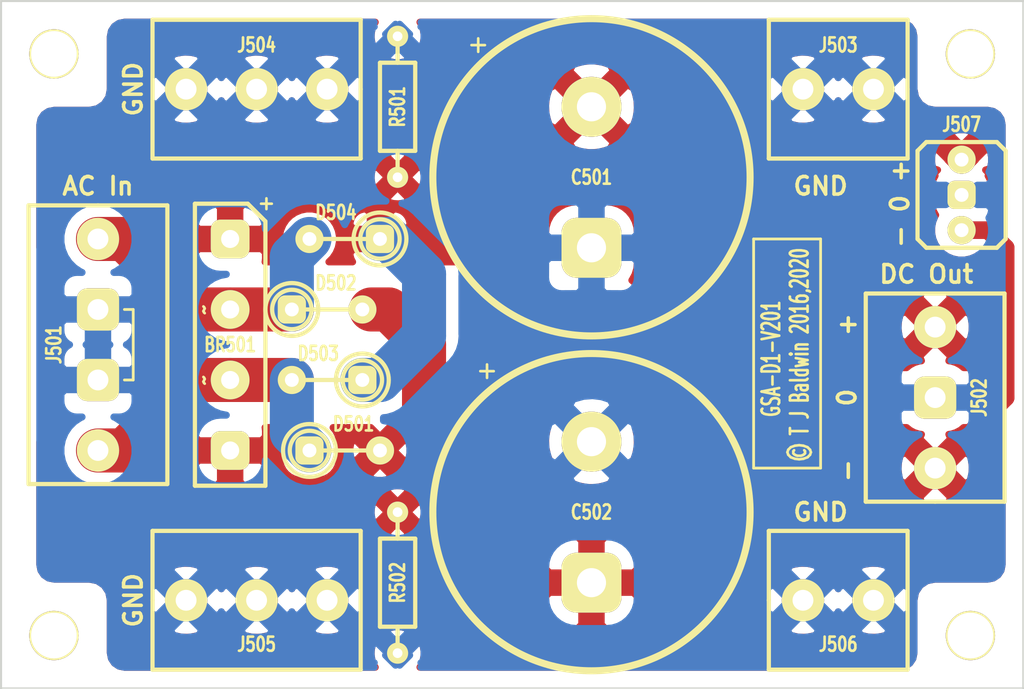
<source format=kicad_pcb>
(kicad_pcb (version 20171130) (host pcbnew 5.1.6-c6e7f7d~87~ubuntu18.04.1)

  (general
    (thickness 1.6)
    (drawings 20)
    (tracks 28)
    (zones 0)
    (modules 20)
    (nets 6)
  )

  (page A4)
  (title_block
    (title Diamond-1)
    (date "May 2020")
    (rev 2.0.1)
    (company "Gemstone Amplification")
    (comment 1 "© Tim Baldwin 2016,2020")
    (comment 2 GSA-D1-V201)
    (comment 3 "Power Supply")
    (comment 4 "Stereo Amplifier")
  )

  (layers
    (0 F.Cu signal)
    (31 B.Cu signal)
    (32 B.Adhes user hide)
    (33 F.Adhes user hide)
    (34 B.Paste user hide)
    (35 F.Paste user hide)
    (36 B.SilkS user)
    (37 F.SilkS user)
    (38 B.Mask user)
    (39 F.Mask user)
    (40 Dwgs.User user)
    (41 Cmts.User user hide)
    (42 Eco1.User user hide)
    (43 Eco2.User user hide)
    (44 Edge.Cuts user)
    (45 Margin user hide)
    (46 B.CrtYd user)
    (47 F.CrtYd user)
    (48 B.Fab user hide)
    (49 F.Fab user hide)
  )

  (setup
    (last_trace_width 0.762)
    (user_trace_width 0.254)
    (user_trace_width 0.508)
    (user_trace_width 0.635)
    (user_trace_width 0.635)
    (user_trace_width 1.27)
    (user_trace_width 2.54)
    (user_trace_width 3.175)
    (user_trace_width 6.35)
    (trace_clearance 0.254)
    (zone_clearance 0.889)
    (zone_45_only yes)
    (trace_min 0.02)
    (via_size 1.524)
    (via_drill 0.7)
    (via_min_size 1.27)
    (via_min_drill 0.7)
    (user_via 1.27 0.7)
    (uvia_size 0.3)
    (uvia_drill 0.1)
    (uvias_allowed no)
    (uvia_min_size 0.007874)
    (uvia_min_drill 0.1)
    (edge_width 0.15)
    (segment_width 0.2)
    (pcb_text_width 0.3)
    (pcb_text_size 1.5 1.5)
    (mod_edge_width 0.15)
    (mod_text_size 1 1)
    (mod_text_width 0.15)
    (pad_size 2.032 2.032)
    (pad_drill 1)
    (pad_to_mask_clearance 0.2)
    (aux_axis_origin 116.84 78.105)
    (grid_origin 116.84 78.105)
    (visible_elements 7FFFFD7F)
    (pcbplotparams
      (layerselection 0x010f0_80000001)
      (usegerberextensions true)
      (usegerberattributes false)
      (usegerberadvancedattributes false)
      (creategerberjobfile false)
      (excludeedgelayer true)
      (linewidth 0.100000)
      (plotframeref false)
      (viasonmask false)
      (mode 1)
      (useauxorigin true)
      (hpglpennumber 1)
      (hpglpenspeed 20)
      (hpglpendiameter 15.000000)
      (psnegative false)
      (psa4output false)
      (plotreference true)
      (plotvalue false)
      (plotinvisibletext false)
      (padsonsilk false)
      (subtractmaskfromsilk true)
      (outputformat 1)
      (mirror false)
      (drillshape 0)
      (scaleselection 1)
      (outputdirectory "gerber/"))
  )

  (net 0 "")
  (net 1 GND)
  (net 2 /AC1)
  (net 3 /V-)
  (net 4 /AC2)
  (net 5 /V+)

  (net_class Default "This is the default net class."
    (clearance 0.254)
    (trace_width 0.762)
    (via_dia 1.524)
    (via_drill 0.7)
    (uvia_dia 0.3)
    (uvia_drill 0.1)
    (add_net /AC1)
    (add_net /AC2)
    (add_net /V+)
    (add_net /V-)
  )

  (net_class Power ""
    (clearance 0.381)
    (trace_width 2.032)
    (via_dia 1.524)
    (via_drill 0.7)
    (uvia_dia 0.3)
    (uvia_drill 0.1)
    (add_net GND)
  )

  (net_class Small ""
    (clearance 0.254)
    (trace_width 0.635)
    (via_dia 1.27)
    (via_drill 0.7)
    (uvia_dia 0.3)
    (uvia_drill 0.1)
  )

  (module gsa:RECT5 (layer F.Cu) (tedit 5F14A1C9) (tstamp 5A85E3D9)
    (at 141.605 110.49)
    (path /5A85E2EB)
    (fp_text reference D501 (at 0.635 -1.905) (layer F.SilkS)
      (effects (font (size 1.016 0.762) (thickness 0.1905)))
    )
    (fp_text value DIODE (at 0 -2.54) (layer F.Fab)
      (effects (font (size 1.016 1.016) (thickness 0.1905)))
    )
    (fp_line (start -2.54 0) (end 2.54 0) (layer F.SilkS) (width 0.3048))
    (fp_circle (center -2.54 0) (end -1.27 0.635) (layer F.SilkS) (width 0.3048))
    (fp_circle (center -2.54 0) (end -0.743949 0.635) (layer F.SilkS) (width 0.3048))
    (pad a thru_hole circle (at 2.54 0) (size 2.032 2.032) (drill 1) (layers *.Cu *.Mask F.SilkS)
      (net 3 /V-))
    (pad k thru_hole roundrect (at -2.54 0) (size 2.032 2.032) (drill 1) (layers *.Cu *.Mask F.SilkS) (roundrect_rratio 0.25)
      (net 2 /AC1))
    (model ${GSALIB}/gsa.3d/diode-r5.wrl
      (at (xyz 0 0 0))
      (scale (xyz 1 1 1))
      (rotate (xyz 0 0 0))
    )
  )

  (module gsa:RECT5 (layer F.Cu) (tedit 5F14A1C9) (tstamp 5EC6EB63)
    (at 140.335 100.33)
    (path /5A85E2E9)
    (fp_text reference D502 (at 0.635 -1.905) (layer F.SilkS)
      (effects (font (size 1.016 0.762) (thickness 0.1905)))
    )
    (fp_text value DIODE (at 0 -2.54) (layer F.Fab)
      (effects (font (size 1.016 1.016) (thickness 0.1905)))
    )
    (fp_line (start -2.54 0) (end 2.54 0) (layer F.SilkS) (width 0.3048))
    (fp_circle (center -2.54 0) (end -1.27 0.635) (layer F.SilkS) (width 0.3048))
    (fp_circle (center -2.54 0) (end -0.743949 0.635) (layer F.SilkS) (width 0.3048))
    (pad a thru_hole circle (at 2.54 0) (size 2.032 2.032) (drill 1) (layers *.Cu *.Mask F.SilkS)
      (net 3 /V-))
    (pad k thru_hole roundrect (at -2.54 0) (size 2.032 2.032) (drill 1) (layers *.Cu *.Mask F.SilkS) (roundrect_rratio 0.25)
      (net 4 /AC2))
    (model ${GSALIB}/gsa.3d/diode-r5.wrl
      (at (xyz 0 0 0))
      (scale (xyz 1 1 1))
      (rotate (xyz 0 0 0))
    )
  )

  (module gsa:RECT5 (layer F.Cu) (tedit 5F14A1C9) (tstamp 5A85E3EB)
    (at 140.335 105.41 180)
    (path /5A85E2E8)
    (fp_text reference D503 (at 0.635 1.905) (layer F.SilkS)
      (effects (font (size 1.016 0.762) (thickness 0.1905)))
    )
    (fp_text value DIODE (at 0 -2.54) (layer F.Fab)
      (effects (font (size 1.016 1.016) (thickness 0.1905)))
    )
    (fp_line (start -2.54 0) (end 2.54 0) (layer F.SilkS) (width 0.3048))
    (fp_circle (center -2.54 0) (end -1.27 0.635) (layer F.SilkS) (width 0.3048))
    (fp_circle (center -2.54 0) (end -0.743949 0.635) (layer F.SilkS) (width 0.3048))
    (pad a thru_hole circle (at 2.54 0 180) (size 2.032 2.032) (drill 1) (layers *.Cu *.Mask F.SilkS)
      (net 2 /AC1))
    (pad k thru_hole roundrect (at -2.54 0 180) (size 2.032 2.032) (drill 1) (layers *.Cu *.Mask F.SilkS) (roundrect_rratio 0.25)
      (net 5 /V+))
    (model ${GSALIB}/gsa.3d/diode-r5.wrl
      (at (xyz 0 0 0))
      (scale (xyz 1 1 1))
      (rotate (xyz 0 0 0))
    )
  )

  (module gsa:RECT5 (layer F.Cu) (tedit 5F14A1C9) (tstamp 5A85E3F4)
    (at 141.605 95.25 180)
    (path /5A85E2EA)
    (fp_text reference D504 (at 0.635 1.905) (layer F.SilkS)
      (effects (font (size 1.016 0.762) (thickness 0.1905)))
    )
    (fp_text value DIODE (at 0 -2.54) (layer F.Fab)
      (effects (font (size 1.016 1.016) (thickness 0.1905)))
    )
    (fp_line (start -2.54 0) (end 2.54 0) (layer F.SilkS) (width 0.3048))
    (fp_circle (center -2.54 0) (end -1.27 0.635) (layer F.SilkS) (width 0.3048))
    (fp_circle (center -2.54 0) (end -0.743949 0.635) (layer F.SilkS) (width 0.3048))
    (pad a thru_hole circle (at 2.54 0 180) (size 2.032 2.032) (drill 1) (layers *.Cu *.Mask F.SilkS)
      (net 4 /AC2))
    (pad k thru_hole roundrect (at -2.54 0 180) (size 2.032 2.032) (drill 1) (layers *.Cu *.Mask F.SilkS) (roundrect_rratio 0.25)
      (net 5 /V+))
    (model ${GSALIB}/gsa.3d/diode-r5.wrl
      (at (xyz 0 0 0))
      (scale (xyz 1 1 1))
      (rotate (xyz 0 0 0))
    )
  )

  (module gsa:MOLEX3 (layer F.Cu) (tedit 5ED23BB3) (tstamp 5EC6EBEE)
    (at 186.055 92.075 90)
    (path /5EC15C77)
    (fp_text reference J507 (at 5.08 0 180) (layer F.SilkS)
      (effects (font (size 1.016 0.762) (thickness 0.1905)))
    )
    (fp_text value CONN-3 (at 0 -4.445 90) (layer F.Fab)
      (effects (font (size 1.016 1.016) (thickness 0.1905)))
    )
    (fp_line (start 3.175 -3.175) (end 3.81 -2.54) (layer F.SilkS) (width 0.3048))
    (fp_line (start 3.175 3.175) (end 3.81 2.54) (layer F.SilkS) (width 0.3048))
    (fp_line (start -3.81 2.54) (end -3.175 3.175) (layer F.SilkS) (width 0.3048))
    (fp_line (start -3.175 -3.175) (end -3.81 -2.54) (layer F.SilkS) (width 0.3048))
    (fp_line (start -3.81 2.54) (end -3.81 -2.54) (layer F.SilkS) (width 0.3048))
    (fp_line (start 3.175 -3.175) (end -3.175 -3.175) (layer F.SilkS) (width 0.3048))
    (fp_line (start 3.81 2.54) (end 3.81 -2.54) (layer F.SilkS) (width 0.3048))
    (fp_line (start -3.175 3.175) (end 3.175 3.175) (layer F.SilkS) (width 0.3048))
    (pad 3 thru_hole circle (at 2.54 0 90) (size 2.032 2.032) (drill 1) (layers *.Cu *.Mask F.SilkS)
      (net 5 /V+))
    (pad 2 thru_hole roundrect (at 0 0 90) (size 2.032 2.032) (drill 1) (layers *.Cu *.Mask F.SilkS) (roundrect_rratio 0.25)
      (net 1 GND))
    (pad 1 thru_hole circle (at -2.54 0 90) (size 2.032 2.032) (drill 1) (layers *.Cu *.Mask F.SilkS)
      (net 3 /V-))
    (model ${GSALIB}/gsa.3d/conn3.wrl
      (at (xyz 0 0 0))
      (scale (xyz 1 1 1))
      (rotate (xyz 0 0 0))
    )
  )

  (module gsa:BR-SIL (layer F.Cu) (tedit 5ECB9E6B) (tstamp 5A85E3C0)
    (at 133.35 102.87 90)
    (path /5A85E2F0)
    (fp_text reference BR501 (at 0 0 180) (layer F.SilkS)
      (effects (font (size 1.016 0.762) (thickness 0.1905)))
    )
    (fp_text value BRIDGE (at 0 -3.81 90) (layer F.Fab)
      (effects (font (size 1.016 1.016) (thickness 0.1905)))
    )
    (fp_line (start 8.89 2.54) (end 10.16 1.27) (layer F.SilkS) (width 0.3048))
    (fp_line (start 10.16 1.27) (end 10.16 -2.54) (layer F.SilkS) (width 0.3048))
    (fp_line (start 8.89 2.54) (end -10.16 2.54) (layer F.SilkS) (width 0.3048))
    (fp_line (start -10.16 2.54) (end -10.16 -2.54) (layer F.SilkS) (width 0.3048))
    (fp_line (start -10.16 -2.54) (end 10.16 -2.54) (layer F.SilkS) (width 0.3048))
    (fp_text user + (at 10.16 2.54 90) (layer F.SilkS)
      (effects (font (size 1.016 1.016) (thickness 0.1905)))
    )
    (fp_text user ~~ (at 2.54 -1.905 270) (layer F.SilkS)
      (effects (font (size 1.016 1.016) (thickness 0.1905)))
    )
    (fp_text user ~~ (at -2.54 -1.905 270) (layer F.SilkS)
      (effects (font (size 1.016 1.016) (thickness 0.1905)))
    )
    (pad d2 thru_hole roundrect (at 7.62 0 270) (size 2.794 2.794) (drill 1.3) (layers *.Cu *.Mask F.SilkS) (roundrect_rratio 0.25)
      (net 5 /V+))
    (pad a1 thru_hole circle (at 2.54 0 270) (size 2.794 2.794) (drill 1.3) (layers *.Cu *.Mask F.SilkS)
      (net 4 /AC2))
    (pad d1 thru_hole roundrect (at -7.62 0 270) (size 2.794 2.794) (drill 1.3) (layers *.Cu *.Mask F.SilkS) (roundrect_rratio 0.25)
      (net 3 /V-))
    (pad a2 thru_hole circle (at -2.54 0 270) (size 2.794 2.794) (drill 1.3) (layers *.Cu *.Mask F.SilkS)
      (net 2 /AC1))
    (model ${GSALIB}/gsa.3d/br-sil.wrl
      (at (xyz 0 0 0))
      (scale (xyz 1 1 1))
      (rotate (xyz 0 0 0))
    )
  )

  (module gsa:ELEC22R (layer F.Cu) (tedit 5EC8F1BD) (tstamp 5A85E3C8)
    (at 159.385 90.805 90)
    (path /5A85E2DD)
    (fp_text reference C501 (at 0 0) (layer F.SilkS)
      (effects (font (size 1.016 0.762) (thickness 0.1905)))
    )
    (fp_text value 4700u (at 0 -12.7 270) (layer F.Fab)
      (effects (font (size 1.016 1.016) (thickness 0.1905)))
    )
    (fp_circle (center 0 0) (end -11.43 0) (layer F.SilkS) (width 0.508))
    (fp_text user + (at 9.525 -8.255 270) (layer F.SilkS)
      (effects (font (size 1.27 1.27) (thickness 0.1905)))
    )
    (pad 1 thru_hole roundrect (at -5.08 0 270) (size 4.318 4.318) (drill 2.1) (layers *.Cu *.Mask F.SilkS) (roundrect_rratio 0.25)
      (net 1 GND))
    (pad 2 thru_hole circle (at 5.08 0 270) (size 4.318 4.318) (drill 2.1) (layers *.Cu *.Mask F.SilkS)
      (net 5 /V+))
    (model ${GSALIB}/gsa.3d/elec22r.wrl
      (at (xyz 0 0 0))
      (scale (xyz 1 1 1))
      (rotate (xyz 0 0 0))
    )
  )

  (module gsa:ELEC22R (layer F.Cu) (tedit 5EC8F1BD) (tstamp 5A85E3D0)
    (at 159.385 114.935 90)
    (path /5A85E2E0)
    (fp_text reference C502 (at 0 0) (layer F.SilkS)
      (effects (font (size 1.016 0.762) (thickness 0.1905)))
    )
    (fp_text value 4700u (at 0 -12.7 270) (layer F.Fab)
      (effects (font (size 1.016 1.016) (thickness 0.1905)))
    )
    (fp_circle (center 0 0) (end -11.43 0) (layer F.SilkS) (width 0.508))
    (fp_text user + (at 10.16 -7.62 270) (layer F.SilkS)
      (effects (font (size 1.27 1.27) (thickness 0.1905)))
    )
    (pad 1 thru_hole roundrect (at -5.08 0 270) (size 4.318 4.318) (drill 2.1) (layers *.Cu *.Mask F.SilkS) (roundrect_rratio 0.25)
      (net 3 /V-))
    (pad 2 thru_hole circle (at 5.08 0 270) (size 4.318 4.318) (drill 2.1) (layers *.Cu *.Mask F.SilkS)
      (net 1 GND))
    (model ${GSALIB}/gsa.3d/elec22r.wrl
      (at (xyz 0 0 0))
      (scale (xyz 1 1 1))
      (rotate (xyz 0 0 0))
    )
  )

  (module gsa:HOLE33 (layer F.Cu) (tedit 5EC30509) (tstamp 5A85E3FA)
    (at 120.65 81.915)
    (path /5A85E2EC)
    (fp_text reference H501 (at 0 3.175) (layer F.SilkS) hide
      (effects (font (size 1.016 0.762) (thickness 0.1905)))
    )
    (fp_text value HOLE (at 0 -3.175) (layer F.Fab)
      (effects (font (size 1.016 1.016) (thickness 0.1905)))
    )
    (pad "" thru_hole circle (at 0 0) (size 3.556 3.556) (drill 3.300001) (layers *.Cu *.Mask F.SilkS))
  )

  (module gsa:HOLE33 (layer F.Cu) (tedit 5EC30509) (tstamp 5A85E400)
    (at 186.69 123.825)
    (path /5A85E2ED)
    (fp_text reference H502 (at 0 3.175) (layer F.SilkS) hide
      (effects (font (size 1.016 0.762) (thickness 0.1905)))
    )
    (fp_text value HOLE (at 0 -3.175) (layer F.Fab)
      (effects (font (size 1.016 1.016) (thickness 0.1905)))
    )
    (pad "" thru_hole circle (at 0 0) (size 3.556 3.556) (drill 3.300001) (layers *.Cu *.Mask F.SilkS))
  )

  (module gsa:HOLE33 (layer F.Cu) (tedit 5EC30509) (tstamp 5A85E406)
    (at 186.69 81.915)
    (path /5A85E2EE)
    (fp_text reference H503 (at 0 3.175) (layer F.SilkS) hide
      (effects (font (size 1.016 0.762) (thickness 0.1905)))
    )
    (fp_text value HOLE (at 0 -3.175) (layer F.Fab)
      (effects (font (size 1.016 1.016) (thickness 0.1905)))
    )
    (pad "" thru_hole circle (at 0 0) (size 3.556 3.556) (drill 3.300001) (layers *.Cu *.Mask F.SilkS))
  )

  (module gsa:HOLE33 (layer F.Cu) (tedit 5EC30509) (tstamp 5A85E40C)
    (at 120.65 123.825)
    (path /5A85E2EF)
    (fp_text reference H504 (at 0 3.175) (layer F.SilkS) hide
      (effects (font (size 1.016 0.762) (thickness 0.1905)))
    )
    (fp_text value HOLE (at 0 -3.175) (layer F.Fab)
      (effects (font (size 1.016 1.016) (thickness 0.1905)))
    )
    (pad "" thru_hole circle (at 0 0) (size 3.556 3.556) (drill 3.300001) (layers *.Cu *.Mask F.SilkS))
  )

  (module gsa:RES10 (layer F.Cu) (tedit 5EC43DB1) (tstamp 5A85E475)
    (at 145.415 85.725 270)
    (path /5A85E2E1)
    (fp_text reference R501 (at 0 0 90) (layer F.SilkS)
      (effects (font (size 1.016 0.762) (thickness 0.1905)))
    )
    (fp_text value 2.7k (at 0 -2.54 90) (layer F.Fab)
      (effects (font (size 1.016 1.016) (thickness 0.1905)))
    )
    (fp_line (start 3.175 -1.27) (end -3.175 -1.27) (layer F.SilkS) (width 0.3048))
    (fp_line (start 3.175 1.27) (end 3.175 -1.27) (layer F.SilkS) (width 0.3048))
    (fp_line (start -3.175 1.27) (end 3.175 1.27) (layer F.SilkS) (width 0.3048))
    (fp_line (start -3.175 -1.27) (end -3.175 1.27) (layer F.SilkS) (width 0.3048))
    (fp_line (start 3.175 0) (end 5.08 0) (layer F.SilkS) (width 0.3048))
    (fp_line (start -3.175 0) (end -5.08 0) (layer F.SilkS) (width 0.3048))
    (pad 2 thru_hole circle (at 5.08 0 270) (size 1.524 1.524) (drill 0.7) (layers *.Cu *.Mask F.SilkS)
      (net 5 /V+))
    (pad 1 thru_hole circle (at -5.08 0 270) (size 1.524 1.524) (drill 0.7) (layers *.Cu *.Mask F.SilkS)
      (net 1 GND))
    (model ${GSALIB}/gsa.3d/res10.wrl
      (at (xyz 0 0 0))
      (scale (xyz 1 1 1))
      (rotate (xyz 0 0 0))
    )
  )

  (module gsa:RES10 (layer F.Cu) (tedit 5EC43DB1) (tstamp 5A85E481)
    (at 145.415 120.015 270)
    (path /5A85E2E2)
    (fp_text reference R502 (at 0 0 90) (layer F.SilkS)
      (effects (font (size 1.016 0.762) (thickness 0.1905)))
    )
    (fp_text value 2.7k (at 0 -2.54 90) (layer F.Fab)
      (effects (font (size 1.016 1.016) (thickness 0.1905)))
    )
    (fp_line (start 3.175 -1.27) (end -3.175 -1.27) (layer F.SilkS) (width 0.3048))
    (fp_line (start 3.175 1.27) (end 3.175 -1.27) (layer F.SilkS) (width 0.3048))
    (fp_line (start -3.175 1.27) (end 3.175 1.27) (layer F.SilkS) (width 0.3048))
    (fp_line (start -3.175 -1.27) (end -3.175 1.27) (layer F.SilkS) (width 0.3048))
    (fp_line (start 3.175 0) (end 5.08 0) (layer F.SilkS) (width 0.3048))
    (fp_line (start -3.175 0) (end -5.08 0) (layer F.SilkS) (width 0.3048))
    (pad 2 thru_hole circle (at 5.08 0 270) (size 1.524 1.524) (drill 0.7) (layers *.Cu *.Mask F.SilkS)
      (net 1 GND))
    (pad 1 thru_hole circle (at -5.08 0 270) (size 1.524 1.524) (drill 0.7) (layers *.Cu *.Mask F.SilkS)
      (net 3 /V-))
    (model ${GSALIB}/gsa.3d/res10.wrl
      (at (xyz 0 0 0))
      (scale (xyz 1 1 1))
      (rotate (xyz 0 0 0))
    )
  )

  (module gsa:SCREW2 (layer F.Cu) (tedit 5ECB9DF9) (tstamp 5AA40F50)
    (at 177.165 84.455 180)
    (path /5AA413BE)
    (fp_text reference J503 (at 0 3.175) (layer F.SilkS)
      (effects (font (size 1.016 0.762) (thickness 0.1905)))
    )
    (fp_text value CONN-2 (at 0 -6.35) (layer F.Fab)
      (effects (font (size 1.016 1.016) (thickness 0.1905)))
    )
    (fp_line (start -5 5) (end -5 0) (layer F.SilkS) (width 0.3048))
    (fp_line (start 5 -5) (end 5 5) (layer F.SilkS) (width 0.3048))
    (fp_line (start -5 0) (end -5 -5) (layer F.SilkS) (width 0.3048))
    (fp_line (start -5 -5) (end 5 -5) (layer F.SilkS) (width 0.3048))
    (fp_line (start -5 5) (end 5 5) (layer F.SilkS) (width 0.3048))
    (pad 2 thru_hole circle (at 2.54 0 180) (size 3.048 3.048) (drill 1.5) (layers *.Cu *.Mask F.SilkS)
      (net 1 GND))
    (pad 1 thru_hole circle (at -2.54 0 180) (size 3.048 3.048) (drill 1.5) (layers *.Cu *.Mask F.SilkS)
      (net 1 GND))
    (model ${GSALIB}/gsa.3d/screw2.wrl
      (at (xyz 0 0 0))
      (scale (xyz 1 1 1))
      (rotate (xyz 0 0 0))
    )
  )

  (module gsa:SCREW3 (layer F.Cu) (tedit 5ECB9DF1) (tstamp 5AA40F5C)
    (at 135.255 84.455 180)
    (path /5AA41281)
    (fp_text reference J504 (at 0 3.175) (layer F.SilkS)
      (effects (font (size 1.016 0.762) (thickness 0.1905)))
    )
    (fp_text value CONN-3 (at 0 -6.35) (layer F.Fab)
      (effects (font (size 1.016 1.016) (thickness 0.1905)))
    )
    (fp_line (start -7.5 5) (end -7.5 0) (layer F.SilkS) (width 0.3048))
    (fp_line (start -7.5 0) (end -7.5 -5) (layer F.SilkS) (width 0.3048))
    (fp_line (start 7.5 -5) (end 7.5 5) (layer F.SilkS) (width 0.3048))
    (fp_line (start -7.5 -5) (end 7.5 -5) (layer F.SilkS) (width 0.3048))
    (fp_line (start -7.5 5) (end 7.5 5) (layer F.SilkS) (width 0.3048))
    (pad 3 thru_hole circle (at 5.08 0 180) (size 3.048 3.048) (drill 1.5) (layers *.Cu *.Mask F.SilkS)
      (net 1 GND))
    (pad 2 thru_hole circle (at 0 0 180) (size 3.048 3.048) (drill 1.5) (layers *.Cu *.Mask F.SilkS)
      (net 1 GND))
    (pad 1 thru_hole circle (at -5.08 0 180) (size 3.048 3.048) (drill 1.5) (layers *.Cu *.Mask F.SilkS)
      (net 1 GND))
    (model ${GSALIB}/gsa.3d/screw3.wrl
      (at (xyz 0 0 0))
      (scale (xyz 1 1 1))
      (rotate (xyz 0 0 0))
    )
  )

  (module gsa:SCREW3 (layer F.Cu) (tedit 5ECB9DDD) (tstamp 5AA40F68)
    (at 135.255 121.285)
    (path /5AA412F1)
    (fp_text reference J505 (at 0 3.175) (layer F.SilkS)
      (effects (font (size 1.016 0.762) (thickness 0.1905)))
    )
    (fp_text value CONN-3 (at 0 -6.35) (layer F.Fab)
      (effects (font (size 1.016 1.016) (thickness 0.1905)))
    )
    (fp_line (start -7.5 5) (end -7.5 0) (layer F.SilkS) (width 0.3048))
    (fp_line (start -7.5 0) (end -7.5 -5) (layer F.SilkS) (width 0.3048))
    (fp_line (start 7.5 -5) (end 7.5 5) (layer F.SilkS) (width 0.3048))
    (fp_line (start -7.5 -5) (end 7.5 -5) (layer F.SilkS) (width 0.3048))
    (fp_line (start -7.5 5) (end 7.5 5) (layer F.SilkS) (width 0.3048))
    (pad 3 thru_hole circle (at 5.08 0) (size 3.048 3.048) (drill 1.5) (layers *.Cu *.Mask F.SilkS)
      (net 1 GND))
    (pad 2 thru_hole circle (at 0 0) (size 3.048 3.048) (drill 1.5) (layers *.Cu *.Mask F.SilkS)
      (net 1 GND))
    (pad 1 thru_hole circle (at -5.08 0) (size 3.048 3.048) (drill 1.5) (layers *.Cu *.Mask F.SilkS)
      (net 1 GND))
    (model ${GSALIB}/gsa.3d/screw3.wrl
      (at (xyz 0 0 0))
      (scale (xyz 1 1 1))
      (rotate (xyz 0 0 0))
    )
  )

  (module gsa:SCREW2 (layer F.Cu) (tedit 5ECB9DE5) (tstamp 5AA40F73)
    (at 177.165 121.285)
    (path /5AA41458)
    (fp_text reference J506 (at 0 3.175) (layer F.SilkS)
      (effects (font (size 1.016 0.762) (thickness 0.1905)))
    )
    (fp_text value CONN-2 (at 0 -6.35) (layer F.Fab)
      (effects (font (size 1.016 1.016) (thickness 0.1905)))
    )
    (fp_line (start -5 5) (end -5 0) (layer F.SilkS) (width 0.3048))
    (fp_line (start 5 -5) (end 5 5) (layer F.SilkS) (width 0.3048))
    (fp_line (start -5 0) (end -5 -5) (layer F.SilkS) (width 0.3048))
    (fp_line (start -5 -5) (end 5 -5) (layer F.SilkS) (width 0.3048))
    (fp_line (start -5 5) (end 5 5) (layer F.SilkS) (width 0.3048))
    (pad 2 thru_hole circle (at 2.54 0) (size 3.048 3.048) (drill 1.5) (layers *.Cu *.Mask F.SilkS)
      (net 1 GND))
    (pad 1 thru_hole circle (at -2.54 0) (size 3.048 3.048) (drill 1.5) (layers *.Cu *.Mask F.SilkS)
      (net 1 GND))
    (model ${GSALIB}/gsa.3d/screw2.wrl
      (at (xyz 0 0 0))
      (scale (xyz 1 1 1))
      (rotate (xyz 0 0 0))
    )
  )

  (module gsa:SCREW4 (layer F.Cu) (tedit 5ECB9E1A) (tstamp 5EC0271A)
    (at 123.825 102.87 270)
    (path /5EC18835)
    (fp_text reference J501 (at 0 3.175 90) (layer F.SilkS)
      (effects (font (size 1.016 0.762) (thickness 0.1905)))
    )
    (fp_text value CONN-4 (at 0 -6.35 90) (layer F.Fab)
      (effects (font (size 1.016 1.016) (thickness 0.1905)))
    )
    (fp_line (start -10.04 5) (end -10.04 0) (layer F.SilkS) (width 0.3048))
    (fp_line (start -10.04 0) (end -10.04 -5) (layer F.SilkS) (width 0.3048))
    (fp_line (start 10.04 -5) (end 10.04 5) (layer F.SilkS) (width 0.3048))
    (fp_line (start -10.04 -5) (end 10.04 -5) (layer F.SilkS) (width 0.3048))
    (fp_line (start -10.04 5) (end 10.04 5) (layer F.SilkS) (width 0.3048))
    (pad 3 thru_hole roundrect (at 2.54 0 270) (size 3.048 3.048) (drill 1.5) (layers *.Cu *.Mask F.SilkS) (roundrect_rratio 0.25)
      (net 1 GND))
    (pad 2 thru_hole roundrect (at -2.54 0 270) (size 3.048 3.048) (drill 1.5) (layers *.Cu *.Mask F.SilkS) (roundrect_rratio 0.25)
      (net 1 GND))
    (pad 1 thru_hole circle (at -7.62 0 270) (size 3.048 3.048) (drill 1.5) (layers *.Cu *.Mask F.SilkS)
      (net 4 /AC2))
    (pad 4 thru_hole circle (at 7.62 0 270) (size 3.048 3.048) (drill 1.5) (layers *.Cu *.Mask F.SilkS)
      (net 2 /AC1))
    (model ${GSALIB}/gsa.3d/screw4.wrl
      (at (xyz 0 0 0))
      (scale (xyz 1 1 1))
      (rotate (xyz 0 0 0))
    )
  )

  (module gsa:SCREW3 (layer F.Cu) (tedit 5ECB9F5E) (tstamp 5EC025E1)
    (at 184.15 106.68 90)
    (path /5EC1524B)
    (fp_text reference J502 (at 0 3.175 90) (layer F.SilkS)
      (effects (font (size 1.016 0.762) (thickness 0.1905)))
    )
    (fp_text value CONN-3 (at 0 -6.35 90) (layer F.Fab)
      (effects (font (size 1.016 1.016) (thickness 0.1905)))
    )
    (fp_line (start -7.5 5) (end -7.5 0) (layer F.SilkS) (width 0.3048))
    (fp_line (start -7.5 0) (end -7.5 -5) (layer F.SilkS) (width 0.3048))
    (fp_line (start 7.5 -5) (end 7.5 5) (layer F.SilkS) (width 0.3048))
    (fp_line (start -7.5 -5) (end 7.5 -5) (layer F.SilkS) (width 0.3048))
    (fp_line (start -7.5 5) (end 7.5 5) (layer F.SilkS) (width 0.3048))
    (pad 3 thru_hole circle (at 5.08 0 90) (size 3.048 3.048) (drill 1.5) (layers *.Cu *.Mask F.SilkS)
      (net 5 /V+))
    (pad 2 thru_hole roundrect (at 0 0 90) (size 3.048 3.048) (drill 1.5) (layers *.Cu *.Mask F.SilkS) (roundrect_rratio 0.25)
      (net 1 GND))
    (pad 1 thru_hole circle (at -5.08 0 90) (size 3.048 3.048) (drill 1.5) (layers *.Cu *.Mask F.SilkS)
      (net 3 /V-))
    (model ${GSALIB}/gsa.3d/screw3.wrl
      (at (xyz 0 0 0))
      (scale (xyz 1 1 1))
      (rotate (xyz 0 0 0))
    )
  )

  (gr_line (start 116.84 127.635) (end 116.84 78.105) (angle 90) (layer Edge.Cuts) (width 0.15))
  (gr_line (start 190.5 127.635) (end 116.84 127.635) (angle 90) (layer Edge.Cuts) (width 0.15))
  (gr_line (start 190.5 78.105) (end 190.5 127.635) (angle 90) (layer Edge.Cuts) (width 0.15))
  (gr_line (start 116.84 78.105) (end 190.5 78.105) (angle 90) (layer Edge.Cuts) (width 0.15))
  (gr_line (start 175.895 95.25) (end 175.895 111.76) (angle 90) (layer F.SilkS) (width 0.2))
  (gr_line (start 171.069 95.25) (end 175.895 95.25) (angle 90) (layer F.SilkS) (width 0.2))
  (gr_line (start 171.069 111.76) (end 171.069 95.25) (angle 90) (layer F.SilkS) (width 0.2))
  (gr_line (start 175.895 111.76) (end 171.069 111.76) (angle 90) (layer F.SilkS) (width 0.2))
  (gr_text "- 0 +" (at 181.61 92.71 90) (layer F.SilkS)
    (effects (font (size 1.27 1.27) (thickness 0.254)))
  )
  (gr_line (start 126.365 105.41) (end 125.73 105.41) (angle 90) (layer F.SilkS) (width 0.2))
  (gr_line (start 126.365 100.33) (end 126.365 105.41) (angle 90) (layer F.SilkS) (width 0.2))
  (gr_line (start 125.73 100.33) (end 126.365 100.33) (angle 90) (layer F.SilkS) (width 0.2))
  (gr_text "DC Out" (at 183.515 97.79) (layer F.SilkS)
    (effects (font (size 1.27 1.27) (thickness 0.254)))
  )
  (gr_text "-    0    +" (at 177.8 106.68 90) (layer F.SilkS)
    (effects (font (size 1.27 1.27) (thickness 0.254)))
  )
  (gr_text GND (at 175.895 114.935) (layer F.SilkS)
    (effects (font (size 1.27 1.27) (thickness 0.254)))
  )
  (gr_text GND (at 126.365 121.285 90) (layer F.SilkS)
    (effects (font (size 1.27 1.27) (thickness 0.254)))
  )
  (gr_text GND (at 126.365 84.455 90) (layer F.SilkS)
    (effects (font (size 1.27 1.27) (thickness 0.254)))
  )
  (gr_text GND (at 175.895 91.44) (layer F.SilkS)
    (effects (font (size 1.27 1.27) (thickness 0.254)))
  )
  (gr_text "AC In" (at 123.825 91.44) (layer F.SilkS)
    (effects (font (size 1.27 1.27) (thickness 0.254)))
  )
  (gr_text "GSA-D1-V201\n © T J Baldwin 2016,2020\n" (at 173.355 103.886 90) (layer F.SilkS) (tstamp 56CE0164)
    (effects (font (size 1.27 0.762) (thickness 0.1905)))
  )

  (segment (start 137.795 105.41) (end 137.795 109.22) (width 3.175) (layer B.Cu) (net 2) (status 10))
  (segment (start 137.795 109.22) (end 139.065 110.49) (width 3.175) (layer B.Cu) (net 2) (tstamp 5AA429D2) (status 20))
  (segment (start 133.35 105.41) (end 137.795 105.41) (width 3.175) (layer F.Cu) (net 2) (status 30))
  (segment (start 123.825 110.49) (end 125.73 110.49) (width 3.175) (layer F.Cu) (net 2) (status 10))
  (segment (start 130.81 105.41) (end 133.35 105.41) (width 3.175) (layer F.Cu) (net 2) (tstamp 5AA4250D) (status 20))
  (segment (start 125.73 110.49) (end 130.81 105.41) (width 3.175) (layer F.Cu) (net 2) (tstamp 5AA42509))
  (segment (start 144.78 100.33) (end 143.51 100.33) (width 3.175) (layer F.Cu) (net 3) (status 20))
  (segment (start 147.32 108.585) (end 147.32 102.87) (width 3.175) (layer F.Cu) (net 3))
  (segment (start 147.32 102.87) (end 144.78 100.33) (width 3.175) (layer F.Cu) (net 3))
  (segment (start 144.145 110.49) (end 145.415 109.22) (width 0.254) (layer F.Cu) (net 3) (status 10))
  (segment (start 146.685 109.22) (end 147.32 108.585) (width 0.254) (layer F.Cu) (net 3))
  (segment (start 145.415 109.22) (end 146.685 109.22) (width 0.254) (layer F.Cu) (net 3))
  (segment (start 186.69 109.22) (end 184.15 111.76) (width 1.27) (layer F.Cu) (net 3) (status 20))
  (segment (start 189.23 106.68) (end 186.69 109.22) (width 1.27) (layer F.Cu) (net 3))
  (segment (start 189.23 95.885) (end 189.23 106.68) (width 1.27) (layer F.Cu) (net 3))
  (segment (start 186.69 94.615) (end 187.96 94.615) (width 1.27) (layer F.Cu) (net 3) (status 10))
  (segment (start 187.96 94.615) (end 189.23 95.885) (width 1.27) (layer F.Cu) (net 3))
  (segment (start 137.795 100.33) (end 137.795 96.52) (width 3.175) (layer B.Cu) (net 4) (status 10))
  (segment (start 137.795 96.52) (end 139.065 95.25) (width 3.175) (layer B.Cu) (net 4) (tstamp 5AA429CE) (status 20))
  (segment (start 133.35 100.33) (end 137.795 100.33) (width 3.175) (layer F.Cu) (net 4) (status 30))
  (segment (start 123.825 95.25) (end 125.73 95.25) (width 3.175) (layer F.Cu) (net 4) (status 10))
  (segment (start 130.81 100.33) (end 133.35 100.33) (width 3.175) (layer F.Cu) (net 4) (tstamp 5AA424E5) (status 20))
  (segment (start 125.73 95.25) (end 130.81 100.33) (width 3.175) (layer F.Cu) (net 4) (tstamp 5AA42618))
  (segment (start 144.145 95.25) (end 144.78 95.25) (width 3.175) (layer B.Cu) (net 5) (status 30))
  (segment (start 144.78 95.25) (end 147.32 97.79) (width 3.175) (layer B.Cu) (net 5) (tstamp 5AA429C4) (status 10))
  (segment (start 147.32 97.79) (end 147.32 102.235) (width 3.175) (layer B.Cu) (net 5) (tstamp 5AA4253A))
  (segment (start 147.32 102.235) (end 144.145 105.41) (width 3.175) (layer B.Cu) (net 5) (tstamp 5AA4253D))
  (segment (start 142.875 105.41) (end 144.145 105.41) (width 3.175) (layer B.Cu) (net 5) (tstamp 5AA4253E) (status 10))

  (zone (net 3) (net_name /V-) (layer F.Cu) (tstamp 5A636F9E) (hatch edge 0.508)
    (connect_pads (clearance 0.889))
    (min_thickness 0.508)
    (fill yes (arc_segments 16) (thermal_gap 0.889) (thermal_bridge_width 1.905) (smoothing fillet) (radius 1.27))
    (polygon
      (pts
        (xy 189.23 120.015) (xy 182.88 120.015) (xy 182.88 126.365) (xy 124.46 126.365) (xy 124.46 120.015)
        (xy 119.38 120.015) (xy 119.38 108.585) (xy 145.415 108.585) (xy 145.415 107.95) (xy 149.225 107.95)
        (xy 149.225 108.585) (xy 189.23 108.585)
      )
    )
    (filled_polygon
      (pts
        (xy 148.937603 108.237397) (xy 149.083329 108.589208) (xy 149.106801 108.633121) (xy 149.138389 108.671612) (xy 149.17688 108.7032)
        (xy 149.220792 108.726671) (xy 149.445298 108.819665) (xy 149.492947 108.834119) (xy 149.5425 108.839) (xy 156.231782 108.839)
        (xy 156.209894 108.891842) (xy 156.083 109.529781) (xy 156.083 110.180219) (xy 156.209894 110.818158) (xy 156.458806 111.419084)
        (xy 156.820169 111.959902) (xy 157.280098 112.419831) (xy 157.820916 112.781194) (xy 158.421842 113.030106) (xy 159.059781 113.157)
        (xy 159.710219 113.157) (xy 160.348158 113.030106) (xy 160.949084 112.781194) (xy 161.489902 112.419831) (xy 161.949831 111.959902)
        (xy 162.033144 111.835214) (xy 181.471152 111.835214) (xy 181.537299 112.356386) (xy 181.646284 112.715663) (xy 182.036816 112.885356)
        (xy 183.162172 111.76) (xy 185.137828 111.76) (xy 186.263184 112.885356) (xy 186.653716 112.715663) (xy 186.792048 112.208849)
        (xy 186.828848 111.684786) (xy 186.762701 111.163614) (xy 186.653716 110.804337) (xy 186.263184 110.634644) (xy 185.137828 111.76)
        (xy 183.162172 111.76) (xy 182.036816 110.634644) (xy 181.646284 110.804337) (xy 181.507952 111.311151) (xy 181.471152 111.835214)
        (xy 162.033144 111.835214) (xy 162.311194 111.419084) (xy 162.560106 110.818158) (xy 162.687 110.180219) (xy 162.687 109.529781)
        (xy 162.560106 108.891842) (xy 162.538218 108.839) (xy 182.093164 108.839) (xy 182.326566 109.030548) (xy 182.656872 109.2071)
        (xy 183.015274 109.31582) (xy 183.162181 109.330289) (xy 183.024644 109.646816) (xy 184.15 110.772172) (xy 185.275356 109.646816)
        (xy 185.137819 109.330289) (xy 185.284726 109.31582) (xy 185.643128 109.2071) (xy 185.973434 109.030548) (xy 186.206836 108.839)
        (xy 187.934985 108.839) (xy 188.346902 108.920935) (xy 188.674902 109.140098) (xy 188.894065 109.468098) (xy 188.976 109.880015)
        (xy 188.976 118.719985) (xy 188.894065 119.131902) (xy 188.674902 119.459902) (xy 188.346902 119.679065) (xy 187.934985 119.761)
        (xy 184.15 119.761) (xy 184.100447 119.765881) (xy 183.614439 119.862554) (xy 183.56679 119.877008) (xy 183.522877 119.90048)
        (xy 183.110859 120.175781) (xy 183.072369 120.207369) (xy 183.040781 120.245859) (xy 182.76548 120.657877) (xy 182.742007 120.701791)
        (xy 182.727554 120.749439) (xy 182.630881 121.235447) (xy 182.626 121.285) (xy 182.626 125.069985) (xy 182.544065 125.481902)
        (xy 182.324902 125.809902) (xy 181.996902 126.029065) (xy 181.584985 126.111) (xy 147.027254 126.111) (xy 147.103189 125.997356)
        (xy 147.246791 125.650668) (xy 147.32 125.282626) (xy 147.32 124.907374) (xy 147.246791 124.539332) (xy 147.103189 124.192644)
        (xy 146.89471 123.880634) (xy 146.629366 123.61529) (xy 146.317356 123.406811) (xy 145.970668 123.263209) (xy 145.602626 123.19)
        (xy 145.227374 123.19) (xy 144.859332 123.263209) (xy 144.512644 123.406811) (xy 144.200634 123.61529) (xy 143.93529 123.880634)
        (xy 143.726811 124.192644) (xy 143.583209 124.539332) (xy 143.51 124.907374) (xy 143.51 125.282626) (xy 143.583209 125.650668)
        (xy 143.726811 125.997356) (xy 143.802746 126.111) (xy 125.755015 126.111) (xy 125.343098 126.029065) (xy 125.015098 125.809902)
        (xy 124.795935 125.481902) (xy 124.714 125.069985) (xy 124.714 121.285) (xy 124.709119 121.235447) (xy 124.666727 121.022323)
        (xy 127.508 121.022323) (xy 127.508 121.547677) (xy 127.610492 122.062935) (xy 127.811536 122.548298) (xy 128.103406 122.985113)
        (xy 128.474887 123.356594) (xy 128.911702 123.648464) (xy 129.397065 123.849508) (xy 129.912323 123.952) (xy 130.437677 123.952)
        (xy 130.952935 123.849508) (xy 131.438298 123.648464) (xy 131.875113 123.356594) (xy 132.246594 122.985113) (xy 132.538464 122.548298)
        (xy 132.715 122.122103) (xy 132.891536 122.548298) (xy 133.183406 122.985113) (xy 133.554887 123.356594) (xy 133.991702 123.648464)
        (xy 134.477065 123.849508) (xy 134.992323 123.952) (xy 135.517677 123.952) (xy 136.032935 123.849508) (xy 136.518298 123.648464)
        (xy 136.955113 123.356594) (xy 137.326594 122.985113) (xy 137.618464 122.548298) (xy 137.795 122.122103) (xy 137.971536 122.548298)
        (xy 138.263406 122.985113) (xy 138.634887 123.356594) (xy 139.071702 123.648464) (xy 139.557065 123.849508) (xy 140.072323 123.952)
        (xy 140.597677 123.952) (xy 141.112935 123.849508) (xy 141.598298 123.648464) (xy 142.035113 123.356594) (xy 142.406594 122.985113)
        (xy 142.698464 122.548298) (xy 142.853503 122.174) (xy 156.07747 122.174) (xy 156.099539 122.398067) (xy 156.164897 122.613523)
        (xy 156.271032 122.812089) (xy 156.413867 122.986133) (xy 156.587911 123.128968) (xy 156.786477 123.235103) (xy 157.001933 123.300461)
        (xy 157.226 123.32253) (xy 158.40075 123.317) (xy 158.6865 123.03125) (xy 158.6865 120.7135) (xy 160.0835 120.7135)
        (xy 160.0835 123.03125) (xy 160.36925 123.317) (xy 161.544 123.32253) (xy 161.768067 123.300461) (xy 161.983523 123.235103)
        (xy 162.182089 123.128968) (xy 162.356133 122.986133) (xy 162.498968 122.812089) (xy 162.605103 122.613523) (xy 162.670461 122.398067)
        (xy 162.69253 122.174) (xy 162.687109 121.022323) (xy 171.958 121.022323) (xy 171.958 121.547677) (xy 172.060492 122.062935)
        (xy 172.261536 122.548298) (xy 172.553406 122.985113) (xy 172.924887 123.356594) (xy 173.361702 123.648464) (xy 173.847065 123.849508)
        (xy 174.362323 123.952) (xy 174.887677 123.952) (xy 175.402935 123.849508) (xy 175.888298 123.648464) (xy 176.325113 123.356594)
        (xy 176.696594 122.985113) (xy 176.988464 122.548298) (xy 177.165 122.122103) (xy 177.341536 122.548298) (xy 177.633406 122.985113)
        (xy 178.004887 123.356594) (xy 178.441702 123.648464) (xy 178.927065 123.849508) (xy 179.442323 123.952) (xy 179.967677 123.952)
        (xy 180.482935 123.849508) (xy 180.968298 123.648464) (xy 181.405113 123.356594) (xy 181.776594 122.985113) (xy 182.068464 122.548298)
        (xy 182.269508 122.062935) (xy 182.372 121.547677) (xy 182.372 121.022323) (xy 182.269508 120.507065) (xy 182.068464 120.021702)
        (xy 181.776594 119.584887) (xy 181.405113 119.213406) (xy 180.968298 118.921536) (xy 180.482935 118.720492) (xy 179.967677 118.618)
        (xy 179.442323 118.618) (xy 178.927065 118.720492) (xy 178.441702 118.921536) (xy 178.004887 119.213406) (xy 177.633406 119.584887)
        (xy 177.341536 120.021702) (xy 177.165 120.447897) (xy 176.988464 120.021702) (xy 176.696594 119.584887) (xy 176.325113 119.213406)
        (xy 175.888298 118.921536) (xy 175.402935 118.720492) (xy 174.887677 118.618) (xy 174.362323 118.618) (xy 173.847065 118.720492)
        (xy 173.361702 118.921536) (xy 172.924887 119.213406) (xy 172.553406 119.584887) (xy 172.261536 120.021702) (xy 172.060492 120.507065)
        (xy 171.958 121.022323) (xy 162.687109 121.022323) (xy 162.687 120.99925) (xy 162.40125 120.7135) (xy 160.0835 120.7135)
        (xy 158.6865 120.7135) (xy 156.36875 120.7135) (xy 156.083 120.99925) (xy 156.07747 122.174) (xy 142.853503 122.174)
        (xy 142.899508 122.062935) (xy 143.002 121.547677) (xy 143.002 121.022323) (xy 142.899508 120.507065) (xy 142.698464 120.021702)
        (xy 142.406594 119.584887) (xy 142.035113 119.213406) (xy 141.598298 118.921536) (xy 141.112935 118.720492) (xy 140.597677 118.618)
        (xy 140.072323 118.618) (xy 139.557065 118.720492) (xy 139.071702 118.921536) (xy 138.634887 119.213406) (xy 138.263406 119.584887)
        (xy 137.971536 120.021702) (xy 137.795 120.447897) (xy 137.618464 120.021702) (xy 137.326594 119.584887) (xy 136.955113 119.213406)
        (xy 136.518298 118.921536) (xy 136.032935 118.720492) (xy 135.517677 118.618) (xy 134.992323 118.618) (xy 134.477065 118.720492)
        (xy 133.991702 118.921536) (xy 133.554887 119.213406) (xy 133.183406 119.584887) (xy 132.891536 120.021702) (xy 132.715 120.447897)
        (xy 132.538464 120.021702) (xy 132.246594 119.584887) (xy 131.875113 119.213406) (xy 131.438298 118.921536) (xy 130.952935 118.720492)
        (xy 130.437677 118.618) (xy 129.912323 118.618) (xy 129.397065 118.720492) (xy 128.911702 118.921536) (xy 128.474887 119.213406)
        (xy 128.103406 119.584887) (xy 127.811536 120.021702) (xy 127.610492 120.507065) (xy 127.508 121.022323) (xy 124.666727 121.022323)
        (xy 124.612446 120.749439) (xy 124.597992 120.70179) (xy 124.57452 120.657877) (xy 124.299219 120.245859) (xy 124.267631 120.207369)
        (xy 124.229141 120.175781) (xy 123.817123 119.90048) (xy 123.773209 119.877007) (xy 123.725561 119.862554) (xy 123.239553 119.765881)
        (xy 123.19 119.761) (xy 120.675015 119.761) (xy 120.263098 119.679065) (xy 119.935098 119.459902) (xy 119.715935 119.131902)
        (xy 119.634 118.719985) (xy 119.634 117.856) (xy 156.07747 117.856) (xy 156.083 119.03075) (xy 156.36875 119.3165)
        (xy 158.6865 119.3165) (xy 158.6865 116.99875) (xy 160.0835 116.99875) (xy 160.0835 119.3165) (xy 162.40125 119.3165)
        (xy 162.687 119.03075) (xy 162.69253 117.856) (xy 162.670461 117.631933) (xy 162.605103 117.416477) (xy 162.498968 117.217911)
        (xy 162.356133 117.043867) (xy 162.182089 116.901032) (xy 161.983523 116.794897) (xy 161.768067 116.729539) (xy 161.544 116.70747)
        (xy 160.36925 116.713) (xy 160.0835 116.99875) (xy 158.6865 116.99875) (xy 158.40075 116.713) (xy 157.226 116.70747)
        (xy 157.001933 116.729539) (xy 156.786477 116.794897) (xy 156.587911 116.901032) (xy 156.413867 117.043867) (xy 156.271032 117.217911)
        (xy 156.164897 117.416477) (xy 156.099539 117.631933) (xy 156.07747 117.856) (xy 119.634 117.856) (xy 119.634 116.388249)
        (xy 144.680172 116.388249) (xy 144.741177 116.7267) (xy 145.103667 116.82373) (xy 145.478122 116.848176) (xy 145.850151 116.799101)
        (xy 146.088823 116.7267) (xy 146.149828 116.388249) (xy 145.415 115.65342) (xy 144.680172 116.388249) (xy 119.634 116.388249)
        (xy 119.634 114.998122) (xy 143.501824 114.998122) (xy 143.550899 115.370151) (xy 143.6233 115.608823) (xy 143.961751 115.669828)
        (xy 144.69658 114.935) (xy 146.13342 114.935) (xy 146.868249 115.669828) (xy 147.2067 115.608823) (xy 147.30373 115.246333)
        (xy 147.328176 114.871878) (xy 147.279101 114.499849) (xy 147.2067 114.261177) (xy 146.868249 114.200172) (xy 146.13342 114.935)
        (xy 144.69658 114.935) (xy 143.961751 114.200172) (xy 143.6233 114.261177) (xy 143.52627 114.623667) (xy 143.501824 114.998122)
        (xy 119.634 114.998122) (xy 119.634 113.481751) (xy 144.680172 113.481751) (xy 145.415 114.21658) (xy 145.758395 113.873184)
        (xy 183.024644 113.873184) (xy 183.194337 114.263716) (xy 183.701151 114.402048) (xy 184.225214 114.438848) (xy 184.746386 114.372701)
        (xy 185.105663 114.263716) (xy 185.275356 113.873184) (xy 184.15 112.747828) (xy 183.024644 113.873184) (xy 145.758395 113.873184)
        (xy 146.149828 113.481751) (xy 146.088823 113.1433) (xy 145.726333 113.04627) (xy 145.351878 113.021824) (xy 144.979849 113.070899)
        (xy 144.741177 113.1433) (xy 144.680172 113.481751) (xy 119.634 113.481751) (xy 119.634 109.880015) (xy 119.715935 109.468098)
        (xy 119.935098 109.140098) (xy 120.263098 108.920935) (xy 120.675015 108.839) (xy 121.647648 108.839) (xy 121.543688 108.965676)
        (xy 121.290142 109.440027) (xy 121.134009 109.954729) (xy 121.081289 110.49) (xy 121.134009 111.025271) (xy 121.290142 111.539973)
        (xy 121.543688 112.014324) (xy 121.884903 112.430097) (xy 122.300676 112.771312) (xy 122.775027 113.024858) (xy 123.289729 113.180991)
        (xy 123.690868 113.2205) (xy 125.595868 113.2205) (xy 125.73 113.233711) (xy 125.864132 113.2205) (xy 126.265271 113.180991)
        (xy 126.779973 113.024858) (xy 127.254324 112.771312) (xy 127.670097 112.430097) (xy 127.755609 112.3259) (xy 128.194509 111.887)
        (xy 130.80447 111.887) (xy 130.826539 112.111067) (xy 130.891897 112.326523) (xy 130.998032 112.525089) (xy 131.140867 112.699133)
        (xy 131.314911 112.841968) (xy 131.513477 112.948103) (xy 131.728933 113.013461) (xy 131.953 113.03553) (xy 132.36575 113.03)
        (xy 132.6515 112.74425) (xy 132.6515 111.1885) (xy 134.0485 111.1885) (xy 134.0485 112.74425) (xy 134.33425 113.03)
        (xy 134.747 113.03553) (xy 134.971067 113.013461) (xy 135.186523 112.948103) (xy 135.385089 112.841968) (xy 135.559133 112.699133)
        (xy 135.701968 112.525089) (xy 135.808103 112.326523) (xy 135.873461 112.111067) (xy 135.89553 111.887) (xy 135.89 111.47425)
        (xy 135.60425 111.1885) (xy 134.0485 111.1885) (xy 132.6515 111.1885) (xy 131.09575 111.1885) (xy 130.81 111.47425)
        (xy 130.80447 111.887) (xy 128.194509 111.887) (xy 130.806903 109.274606) (xy 130.81 109.50575) (xy 131.09575 109.7915)
        (xy 132.6515 109.7915) (xy 132.6515 109.7715) (xy 134.0485 109.7715) (xy 134.0485 109.7915) (xy 135.60425 109.7915)
        (xy 135.89 109.50575) (xy 135.89553 109.093) (xy 135.873461 108.868933) (xy 135.864381 108.839) (xy 137.362395 108.839)
        (xy 137.179646 109.061681) (xy 137.026566 109.348073) (xy 136.9323 109.658827) (xy 136.90047 109.982) (xy 136.90047 110.998)
        (xy 136.9323 111.321173) (xy 137.026566 111.631927) (xy 137.179646 111.918319) (xy 137.385656 112.169344) (xy 137.636681 112.375354)
        (xy 137.923073 112.528434) (xy 138.233827 112.6227) (xy 138.557 112.65453) (xy 139.573 112.65453) (xy 139.896173 112.6227)
        (xy 140.206927 112.528434) (xy 140.493319 112.375354) (xy 140.681488 112.220928) (xy 143.4019 112.220928) (xy 143.502833 112.562225)
        (xy 143.919444 112.647689) (xy 144.344722 112.650233) (xy 144.762325 112.569762) (xy 144.787167 112.562225) (xy 144.8881 112.220928)
        (xy 144.145 111.477828) (xy 143.4019 112.220928) (xy 140.681488 112.220928) (xy 140.744344 112.169344) (xy 140.950354 111.918319)
        (xy 141.103434 111.631927) (xy 141.1977 111.321173) (xy 141.22953 110.998) (xy 141.22953 110.689722) (xy 141.984767 110.689722)
        (xy 142.065238 111.107325) (xy 142.072775 111.132167) (xy 142.414072 111.2331) (xy 143.157172 110.49) (xy 145.132828 110.49)
        (xy 145.875928 111.2331) (xy 146.217225 111.132167) (xy 146.302689 110.715556) (xy 146.305233 110.290278) (xy 146.224762 109.872675)
        (xy 146.217225 109.847833) (xy 145.875928 109.7469) (xy 145.132828 110.49) (xy 143.157172 110.49) (xy 142.414072 109.7469)
        (xy 142.072775 109.847833) (xy 141.987311 110.264444) (xy 141.984767 110.689722) (xy 141.22953 110.689722) (xy 141.22953 109.982)
        (xy 141.1977 109.658827) (xy 141.103434 109.348073) (xy 140.950354 109.061681) (xy 140.767605 108.839) (xy 143.481828 108.839)
        (xy 144.145 109.502172) (xy 144.808172 108.839) (xy 145.0975 108.839) (xy 145.147053 108.834119) (xy 145.194702 108.819665)
        (xy 145.419208 108.726671) (xy 145.463121 108.703199) (xy 145.501612 108.671611) (xy 145.5332 108.63312) (xy 145.556671 108.589208)
        (xy 145.702397 108.237397) (xy 145.783023 108.204) (xy 148.856977 108.204)
      )
    )
  )
  (zone (net 1) (net_name GND) (layer B.Cu) (tstamp 5A638FB3) (hatch edge 0.508)
    (connect_pads (clearance 0.889))
    (min_thickness 0.508)
    (fill yes (arc_segments 16) (thermal_gap 0.889) (thermal_bridge_width 1.905) (smoothing fillet) (radius 1.27))
    (polygon
      (pts
        (xy 119.38 85.725) (xy 124.46 85.725) (xy 124.46 79.375) (xy 182.88 79.375) (xy 182.88 85.725)
        (xy 189.23 85.725) (xy 189.23 120.015) (xy 182.88 120.015) (xy 182.88 126.365) (xy 124.46 126.365)
        (xy 124.46 120.015) (xy 119.38 120.015)
      )
    )
    (polygon
      (pts
        (xy 133.35 95.25) (xy 144.145 95.25) (xy 144.145 110.49) (xy 133.35 110.49)
      )
    )
    (filled_polygon
      (pts
        (xy 143.568398 79.786229) (xy 143.733485 79.951316) (xy 143.6233 79.971177) (xy 143.52627 80.333667) (xy 143.501824 80.708122)
        (xy 143.550899 81.080151) (xy 143.6233 81.318823) (xy 143.961751 81.379828) (xy 144.69658 80.645) (xy 144.547733 80.496154)
        (xy 145.266154 79.777734) (xy 145.415 79.92658) (xy 145.563847 79.777734) (xy 146.282267 80.496154) (xy 146.13342 80.645)
        (xy 146.868249 81.379828) (xy 147.2067 81.318823) (xy 147.30373 80.956333) (xy 147.328176 80.581878) (xy 147.279101 80.209849)
        (xy 147.2067 79.971177) (xy 147.096515 79.951316) (xy 147.261602 79.786229) (xy 147.104373 79.629) (xy 181.584985 79.629)
        (xy 181.996902 79.710935) (xy 182.324902 79.930098) (xy 182.544065 80.258098) (xy 182.626 80.670015) (xy 182.626 84.455)
        (xy 182.630881 84.504553) (xy 182.727554 84.990561) (xy 182.742008 85.03821) (xy 182.76548 85.082123) (xy 183.040781 85.494141)
        (xy 183.072369 85.532631) (xy 183.110859 85.564219) (xy 183.522877 85.83952) (xy 183.566791 85.862993) (xy 183.614439 85.877446)
        (xy 184.100447 85.974119) (xy 184.15 85.979) (xy 187.934985 85.979) (xy 188.346902 86.060935) (xy 188.674902 86.280098)
        (xy 188.894065 86.608098) (xy 188.976 87.020015) (xy 188.976 118.719985) (xy 188.894065 119.131902) (xy 188.674902 119.459902)
        (xy 188.346902 119.679065) (xy 187.934985 119.761) (xy 184.15 119.761) (xy 184.100447 119.765881) (xy 183.614439 119.862554)
        (xy 183.56679 119.877008) (xy 183.522877 119.90048) (xy 183.110859 120.175781) (xy 183.072369 120.207369) (xy 183.040781 120.245859)
        (xy 182.76548 120.657877) (xy 182.742007 120.701791) (xy 182.727554 120.749439) (xy 182.630881 121.235447) (xy 182.626 121.285)
        (xy 182.626 125.069985) (xy 182.544065 125.481902) (xy 182.324902 125.809902) (xy 181.996902 126.029065) (xy 181.584985 126.111)
        (xy 147.104373 126.111) (xy 147.261602 125.953771) (xy 147.096515 125.788684) (xy 147.2067 125.768823) (xy 147.30373 125.406333)
        (xy 147.328176 125.031878) (xy 147.279101 124.659849) (xy 147.2067 124.421177) (xy 146.868249 124.360172) (xy 146.13342 125.095)
        (xy 146.282267 125.243846) (xy 145.563847 125.962267) (xy 145.415 125.81342) (xy 145.266154 125.962267) (xy 144.547733 125.243846)
        (xy 144.69658 125.095) (xy 143.961751 124.360172) (xy 143.6233 124.421177) (xy 143.52627 124.783667) (xy 143.501824 125.158122)
        (xy 143.550899 125.530151) (xy 143.6233 125.768823) (xy 143.733485 125.788684) (xy 143.568398 125.953771) (xy 143.725627 126.111)
        (xy 125.755015 126.111) (xy 125.343098 126.029065) (xy 125.015098 125.809902) (xy 124.795935 125.481902) (xy 124.714 125.069985)
        (xy 124.714 123.398184) (xy 129.049644 123.398184) (xy 129.219337 123.788716) (xy 129.726151 123.927048) (xy 130.250214 123.963848)
        (xy 130.771386 123.897701) (xy 131.130663 123.788716) (xy 131.300356 123.398184) (xy 134.129644 123.398184) (xy 134.299337 123.788716)
        (xy 134.806151 123.927048) (xy 135.330214 123.963848) (xy 135.851386 123.897701) (xy 136.210663 123.788716) (xy 136.380356 123.398184)
        (xy 139.209644 123.398184) (xy 139.379337 123.788716) (xy 139.886151 123.927048) (xy 140.410214 123.963848) (xy 140.931386 123.897701)
        (xy 141.290663 123.788716) (xy 141.354521 123.641751) (xy 144.680172 123.641751) (xy 145.415 124.37658) (xy 146.149828 123.641751)
        (xy 146.105926 123.398184) (xy 173.499644 123.398184) (xy 173.669337 123.788716) (xy 174.176151 123.927048) (xy 174.700214 123.963848)
        (xy 175.221386 123.897701) (xy 175.580663 123.788716) (xy 175.750356 123.398184) (xy 178.579644 123.398184) (xy 178.749337 123.788716)
        (xy 179.256151 123.927048) (xy 179.780214 123.963848) (xy 180.301386 123.897701) (xy 180.660663 123.788716) (xy 180.830356 123.398184)
        (xy 179.705 122.272828) (xy 178.579644 123.398184) (xy 175.750356 123.398184) (xy 174.625 122.272828) (xy 173.499644 123.398184)
        (xy 146.105926 123.398184) (xy 146.088823 123.3033) (xy 145.726333 123.20627) (xy 145.351878 123.181824) (xy 144.979849 123.230899)
        (xy 144.741177 123.3033) (xy 144.680172 123.641751) (xy 141.354521 123.641751) (xy 141.460356 123.398184) (xy 140.335 122.272828)
        (xy 139.209644 123.398184) (xy 136.380356 123.398184) (xy 135.255 122.272828) (xy 134.129644 123.398184) (xy 131.300356 123.398184)
        (xy 130.175 122.272828) (xy 129.049644 123.398184) (xy 124.714 123.398184) (xy 124.714 121.360214) (xy 127.496152 121.360214)
        (xy 127.562299 121.881386) (xy 127.671284 122.240663) (xy 128.061816 122.410356) (xy 129.187172 121.285) (xy 131.162828 121.285)
        (xy 132.288184 122.410356) (xy 132.678716 122.240663) (xy 132.713086 122.11474) (xy 132.751284 122.240663) (xy 133.141816 122.410356)
        (xy 134.267172 121.285) (xy 136.242828 121.285) (xy 137.368184 122.410356) (xy 137.758716 122.240663) (xy 137.793086 122.11474)
        (xy 137.831284 122.240663) (xy 138.221816 122.410356) (xy 139.347172 121.285) (xy 141.322828 121.285) (xy 142.448184 122.410356)
        (xy 142.838716 122.240663) (xy 142.977048 121.733849) (xy 143.013848 121.209786) (xy 142.947701 120.688614) (xy 142.838716 120.329337)
        (xy 142.448184 120.159644) (xy 141.322828 121.285) (xy 139.347172 121.285) (xy 138.221816 120.159644) (xy 137.831284 120.329337)
        (xy 137.796914 120.45526) (xy 137.758716 120.329337) (xy 137.368184 120.159644) (xy 136.242828 121.285) (xy 134.267172 121.285)
        (xy 133.141816 120.159644) (xy 132.751284 120.329337) (xy 132.716914 120.45526) (xy 132.678716 120.329337) (xy 132.288184 120.159644)
        (xy 131.162828 121.285) (xy 129.187172 121.285) (xy 128.061816 120.159644) (xy 127.671284 120.329337) (xy 127.532952 120.836151)
        (xy 127.496152 121.360214) (xy 124.714 121.360214) (xy 124.714 121.285) (xy 124.709119 121.235447) (xy 124.612446 120.749439)
        (xy 124.597992 120.70179) (xy 124.57452 120.657877) (xy 124.299219 120.245859) (xy 124.267631 120.207369) (xy 124.229141 120.175781)
        (xy 123.817123 119.90048) (xy 123.773209 119.877007) (xy 123.725561 119.862554) (xy 123.239553 119.765881) (xy 123.19 119.761)
        (xy 120.675015 119.761) (xy 120.263098 119.679065) (xy 119.935098 119.459902) (xy 119.742605 119.171816) (xy 129.049644 119.171816)
        (xy 130.175 120.297172) (xy 131.300356 119.171816) (xy 134.129644 119.171816) (xy 135.255 120.297172) (xy 136.380356 119.171816)
        (xy 139.209644 119.171816) (xy 140.335 120.297172) (xy 141.460356 119.171816) (xy 141.357673 118.9355) (xy 156.07747 118.9355)
        (xy 156.07747 121.0945) (xy 156.120281 121.529167) (xy 156.247069 121.94713) (xy 156.452961 122.332327) (xy 156.730045 122.669955)
        (xy 157.067673 122.947039) (xy 157.45287 123.152931) (xy 157.870833 123.279719) (xy 158.3055 123.32253) (xy 160.4645 123.32253)
        (xy 160.899167 123.279719) (xy 161.31713 123.152931) (xy 161.702327 122.947039) (xy 162.039955 122.669955) (xy 162.317039 122.332327)
        (xy 162.522931 121.94713) (xy 162.649719 121.529167) (xy 162.666359 121.360214) (xy 171.946152 121.360214) (xy 172.012299 121.881386)
        (xy 172.121284 122.240663) (xy 172.511816 122.410356) (xy 173.637172 121.285) (xy 175.612828 121.285) (xy 176.738184 122.410356)
        (xy 177.128716 122.240663) (xy 177.163086 122.11474) (xy 177.201284 122.240663) (xy 177.591816 122.410356) (xy 178.717172 121.285)
        (xy 180.692828 121.285) (xy 181.818184 122.410356) (xy 182.208716 122.240663) (xy 182.347048 121.733849) (xy 182.383848 121.209786)
        (xy 182.317701 120.688614) (xy 182.208716 120.329337) (xy 181.818184 120.159644) (xy 180.692828 121.285) (xy 178.717172 121.285)
        (xy 177.591816 120.159644) (xy 177.201284 120.329337) (xy 177.166914 120.45526) (xy 177.128716 120.329337) (xy 176.738184 120.159644)
        (xy 175.612828 121.285) (xy 173.637172 121.285) (xy 172.511816 120.159644) (xy 172.121284 120.329337) (xy 171.982952 120.836151)
        (xy 171.946152 121.360214) (xy 162.666359 121.360214) (xy 162.69253 121.0945) (xy 162.69253 119.171816) (xy 173.499644 119.171816)
        (xy 174.625 120.297172) (xy 175.750356 119.171816) (xy 178.579644 119.171816) (xy 179.705 120.297172) (xy 180.830356 119.171816)
        (xy 180.660663 118.781284) (xy 180.153849 118.642952) (xy 179.629786 118.606152) (xy 179.108614 118.672299) (xy 178.749337 118.781284)
        (xy 178.579644 119.171816) (xy 175.750356 119.171816) (xy 175.580663 118.781284) (xy 175.073849 118.642952) (xy 174.549786 118.606152)
        (xy 174.028614 118.672299) (xy 173.669337 118.781284) (xy 173.499644 119.171816) (xy 162.69253 119.171816) (xy 162.69253 118.9355)
        (xy 162.649719 118.500833) (xy 162.522931 118.08287) (xy 162.317039 117.697673) (xy 162.039955 117.360045) (xy 161.702327 117.082961)
        (xy 161.31713 116.877069) (xy 160.899167 116.750281) (xy 160.4645 116.70747) (xy 158.3055 116.70747) (xy 157.870833 116.750281)
        (xy 157.45287 116.877069) (xy 157.067673 117.082961) (xy 156.730045 117.360045) (xy 156.452961 117.697673) (xy 156.247069 118.08287)
        (xy 156.120281 118.500833) (xy 156.07747 118.9355) (xy 141.357673 118.9355) (xy 141.290663 118.781284) (xy 140.783849 118.642952)
        (xy 140.259786 118.606152) (xy 139.738614 118.672299) (xy 139.379337 118.781284) (xy 139.209644 119.171816) (xy 136.380356 119.171816)
        (xy 136.210663 118.781284) (xy 135.703849 118.642952) (xy 135.179786 118.606152) (xy 134.658614 118.672299) (xy 134.299337 118.781284)
        (xy 134.129644 119.171816) (xy 131.300356 119.171816) (xy 131.130663 118.781284) (xy 130.623849 118.642952) (xy 130.099786 118.606152)
        (xy 129.578614 118.672299) (xy 129.219337 118.781284) (xy 129.049644 119.171816) (xy 119.742605 119.171816) (xy 119.715935 119.131902)
        (xy 119.634 118.719985) (xy 119.634 114.747374) (xy 143.51 114.747374) (xy 143.51 115.122626) (xy 143.583209 115.490668)
        (xy 143.726811 115.837356) (xy 143.93529 116.149366) (xy 144.200634 116.41471) (xy 144.512644 116.623189) (xy 144.859332 116.766791)
        (xy 145.227374 116.84) (xy 145.602626 116.84) (xy 145.970668 116.766791) (xy 146.317356 116.623189) (xy 146.629366 116.41471)
        (xy 146.89471 116.149366) (xy 147.103189 115.837356) (xy 147.246791 115.490668) (xy 147.32 115.122626) (xy 147.32 114.747374)
        (xy 147.246791 114.379332) (xy 147.103189 114.032644) (xy 146.89471 113.720634) (xy 146.629366 113.45529) (xy 146.317356 113.246811)
        (xy 145.970668 113.103209) (xy 145.602626 113.03) (xy 145.227374 113.03) (xy 144.859332 113.103209) (xy 144.512644 113.246811)
        (xy 144.200634 113.45529) (xy 143.93529 113.720634) (xy 143.726811 114.032644) (xy 143.583209 114.379332) (xy 143.51 114.747374)
        (xy 119.634 114.747374) (xy 119.634 106.934) (xy 121.15247 106.934) (xy 121.174539 107.158067) (xy 121.239897 107.373523)
        (xy 121.346032 107.572089) (xy 121.488867 107.746133) (xy 121.662911 107.888968) (xy 121.861477 107.995103) (xy 122.076933 108.060461)
        (xy 122.301 108.08253) (xy 122.677248 108.078675) (xy 122.561702 108.126536) (xy 122.124887 108.418406) (xy 121.753406 108.789887)
        (xy 121.461536 109.226702) (xy 121.260492 109.712065) (xy 121.158 110.227323) (xy 121.158 110.752677) (xy 121.260492 111.267935)
        (xy 121.461536 111.753298) (xy 121.753406 112.190113) (xy 122.124887 112.561594) (xy 122.561702 112.853464) (xy 123.047065 113.054508)
        (xy 123.562323 113.157) (xy 124.087677 113.157) (xy 124.602935 113.054508) (xy 125.088298 112.853464) (xy 125.525113 112.561594)
        (xy 125.896594 112.190113) (xy 126.188464 111.753298) (xy 126.389508 111.267935) (xy 126.492 110.752677) (xy 126.492 110.227323)
        (xy 126.389508 109.712065) (xy 126.188464 109.226702) (xy 125.896594 108.789887) (xy 125.525113 108.418406) (xy 125.088298 108.126536)
        (xy 124.972752 108.078675) (xy 125.349 108.08253) (xy 125.573067 108.060461) (xy 125.788523 107.995103) (xy 125.987089 107.888968)
        (xy 126.161133 107.746133) (xy 126.303968 107.572089) (xy 126.410103 107.373523) (xy 126.475461 107.158067) (xy 126.49753 106.934)
        (xy 126.492 106.39425) (xy 126.20625 106.1085) (xy 124.5235 106.1085) (xy 124.5235 106.1285) (xy 123.1265 106.1285)
        (xy 123.1265 106.1085) (xy 121.44375 106.1085) (xy 121.158 106.39425) (xy 121.15247 106.934) (xy 119.634 106.934)
        (xy 119.634 101.854) (xy 121.15247 101.854) (xy 121.174539 102.078067) (xy 121.239897 102.293523) (xy 121.346032 102.492089)
        (xy 121.488867 102.666133) (xy 121.662911 102.808968) (xy 121.777095 102.87) (xy 121.662911 102.931032) (xy 121.488867 103.073867)
        (xy 121.346032 103.247911) (xy 121.239897 103.446477) (xy 121.174539 103.661933) (xy 121.15247 103.886) (xy 121.158 104.42575)
        (xy 121.44375 104.7115) (xy 123.1265 104.7115) (xy 123.1265 103.02875) (xy 122.96775 102.87) (xy 123.1265 102.71125)
        (xy 123.1265 101.0285) (xy 124.5235 101.0285) (xy 124.5235 102.71125) (xy 124.68225 102.87) (xy 124.5235 103.02875)
        (xy 124.5235 104.7115) (xy 126.20625 104.7115) (xy 126.492 104.42575) (xy 126.49753 103.886) (xy 126.475461 103.661933)
        (xy 126.410103 103.446477) (xy 126.303968 103.247911) (xy 126.161133 103.073867) (xy 125.987089 102.931032) (xy 125.872905 102.87)
        (xy 125.987089 102.808968) (xy 126.161133 102.666133) (xy 126.303968 102.492089) (xy 126.410103 102.293523) (xy 126.475461 102.078067)
        (xy 126.49753 101.854) (xy 126.492 101.31425) (xy 126.20625 101.0285) (xy 124.5235 101.0285) (xy 123.1265 101.0285)
        (xy 121.44375 101.0285) (xy 121.158 101.31425) (xy 121.15247 101.854) (xy 119.634 101.854) (xy 119.634 98.806)
        (xy 121.15247 98.806) (xy 121.158 99.34575) (xy 121.44375 99.6315) (xy 123.1265 99.6315) (xy 123.1265 99.6115)
        (xy 124.5235 99.6115) (xy 124.5235 99.6315) (xy 126.20625 99.6315) (xy 126.492 99.34575) (xy 126.49753 98.806)
        (xy 126.475461 98.581933) (xy 126.410103 98.366477) (xy 126.303968 98.167911) (xy 126.161133 97.993867) (xy 125.987089 97.851032)
        (xy 125.788523 97.744897) (xy 125.573067 97.679539) (xy 125.349 97.65747) (xy 124.972752 97.661325) (xy 125.088298 97.613464)
        (xy 125.525113 97.321594) (xy 125.896594 96.950113) (xy 126.188464 96.513298) (xy 126.389508 96.027935) (xy 126.492 95.512677)
        (xy 126.492 94.987323) (xy 126.405309 94.5515) (xy 130.80447 94.5515) (xy 130.80447 95.9485) (xy 130.83996 96.308838)
        (xy 130.945067 96.655328) (xy 131.115751 96.974655) (xy 131.345453 97.254547) (xy 131.625345 97.484249) (xy 131.944672 97.654933)
        (xy 132.291162 97.76004) (xy 132.6515 97.79553) (xy 133.072031 97.79553) (xy 132.609109 97.887611) (xy 132.146859 98.079081)
        (xy 131.730844 98.357053) (xy 131.377053 98.710844) (xy 131.099081 99.126859) (xy 130.907611 99.589109) (xy 130.81 100.079832)
        (xy 130.81 100.580168) (xy 130.907611 101.070891) (xy 131.099081 101.533141) (xy 131.377053 101.949156) (xy 131.730844 102.302947)
        (xy 132.146859 102.580919) (xy 132.609109 102.772389) (xy 133.096 102.869238) (xy 133.096 102.870762) (xy 132.609109 102.967611)
        (xy 132.146859 103.159081) (xy 131.730844 103.437053) (xy 131.377053 103.790844) (xy 131.099081 104.206859) (xy 130.907611 104.669109)
        (xy 130.81 105.159832) (xy 130.81 105.660168) (xy 130.907611 106.150891) (xy 131.099081 106.613141) (xy 131.377053 107.029156)
        (xy 131.730844 107.382947) (xy 132.146859 107.660919) (xy 132.609109 107.852389) (xy 133.072031 107.94447) (xy 132.6515 107.94447)
        (xy 132.291162 107.97996) (xy 131.944672 108.085067) (xy 131.625345 108.255751) (xy 131.345453 108.485453) (xy 131.115751 108.765345)
        (xy 130.945067 109.084672) (xy 130.83996 109.431162) (xy 130.80447 109.7915) (xy 130.80447 111.1885) (xy 130.83996 111.548838)
        (xy 130.945067 111.895328) (xy 131.115751 112.214655) (xy 131.345453 112.494547) (xy 131.625345 112.724249) (xy 131.944672 112.894933)
        (xy 132.291162 113.00004) (xy 132.6515 113.03553) (xy 134.0485 113.03553) (xy 134.408838 113.00004) (xy 134.755328 112.894933)
        (xy 135.074655 112.724249) (xy 135.354547 112.494547) (xy 135.584249 112.214655) (xy 135.754933 111.895328) (xy 135.86004 111.548838)
        (xy 135.89508 111.193069) (xy 135.959095 111.245604) (xy 137.229091 112.5156) (xy 137.540676 112.771311) (xy 138.015027 113.024858)
        (xy 138.529728 113.18099) (xy 139.064999 113.233711) (xy 139.600271 113.18099) (xy 140.114972 113.024858) (xy 140.589324 112.771311)
        (xy 141.005096 112.430096) (xy 141.346311 112.014324) (xy 141.599858 111.539972) (xy 141.75599 111.025271) (xy 141.783693 110.744)
        (xy 141.994227 110.744) (xy 142.06897 111.119757) (xy 142.231719 111.51267) (xy 142.467996 111.866282) (xy 142.768718 112.167004)
        (xy 143.12233 112.403281) (xy 143.515243 112.56603) (xy 143.932357 112.649) (xy 144.357643 112.649) (xy 144.774757 112.56603)
        (xy 145.090226 112.435359) (xy 157.79247 112.435359) (xy 158.043546 112.889711) (xy 158.661365 113.093105) (xy 159.306993 113.17206)
        (xy 159.955618 113.123542) (xy 160.582315 112.949416) (xy 160.726454 112.889711) (xy 160.97753 112.435359) (xy 159.385 110.842828)
        (xy 157.79247 112.435359) (xy 145.090226 112.435359) (xy 145.16767 112.403281) (xy 145.521282 112.167004) (xy 145.822004 111.866282)
        (xy 146.058281 111.51267) (xy 146.22103 111.119757) (xy 146.304 110.702643) (xy 146.304 110.277357) (xy 146.22103 109.860243)
        (xy 146.186547 109.776993) (xy 156.06794 109.776993) (xy 156.116458 110.425618) (xy 156.290584 111.052315) (xy 156.350289 111.196454)
        (xy 156.804641 111.44753) (xy 158.397172 109.855) (xy 160.372828 109.855) (xy 161.965359 111.44753) (xy 162.419711 111.196454)
        (xy 162.623105 110.578635) (xy 162.70206 109.933007) (xy 162.653542 109.284382) (xy 162.479416 108.657685) (xy 162.419711 108.513546)
        (xy 161.965359 108.26247) (xy 160.372828 109.855) (xy 158.397172 109.855) (xy 156.804641 108.26247) (xy 156.350289 108.513546)
        (xy 156.146895 109.131365) (xy 156.06794 109.776993) (xy 146.186547 109.776993) (xy 146.058281 109.46733) (xy 145.822004 109.113718)
        (xy 145.521282 108.812996) (xy 145.16767 108.576719) (xy 144.774757 108.41397) (xy 144.399 108.339227) (xy 144.399 108.128694)
        (xy 144.680271 108.100991) (xy 145.194973 107.944858) (xy 145.669324 107.691312) (xy 146.085097 107.350097) (xy 146.147021 107.274641)
        (xy 157.79247 107.274641) (xy 159.385 108.867172) (xy 160.048171 108.204) (xy 181.47747 108.204) (xy 181.499539 108.428067)
        (xy 181.564897 108.643523) (xy 181.671032 108.842089) (xy 181.813867 109.016133) (xy 181.987911 109.158968) (xy 182.186477 109.265103)
        (xy 182.401933 109.330461) (xy 182.626 109.35253) (xy 183.002248 109.348675) (xy 182.886702 109.396536) (xy 182.449887 109.688406)
        (xy 182.078406 110.059887) (xy 181.786536 110.496702) (xy 181.585492 110.982065) (xy 181.483 111.497323) (xy 181.483 112.022677)
        (xy 181.585492 112.537935) (xy 181.786536 113.023298) (xy 182.078406 113.460113) (xy 182.449887 113.831594) (xy 182.886702 114.123464)
        (xy 183.372065 114.324508) (xy 183.887323 114.427) (xy 184.412677 114.427) (xy 184.927935 114.324508) (xy 185.413298 114.123464)
        (xy 185.850113 113.831594) (xy 186.221594 113.460113) (xy 186.513464 113.023298) (xy 186.714508 112.537935) (xy 186.817 112.022677)
        (xy 186.817 111.497323) (xy 186.714508 110.982065) (xy 186.513464 110.496702) (xy 186.221594 110.059887) (xy 185.850113 109.688406)
        (xy 185.413298 109.396536) (xy 185.297752 109.348675) (xy 185.674 109.35253) (xy 185.898067 109.330461) (xy 186.113523 109.265103)
        (xy 186.312089 109.158968) (xy 186.486133 109.016133) (xy 186.628968 108.842089) (xy 186.735103 108.643523) (xy 186.800461 108.428067)
        (xy 186.82253 108.204) (xy 186.817 107.66425) (xy 186.53125 107.3785) (xy 184.8485 107.3785) (xy 184.8485 107.3985)
        (xy 183.4515 107.3985) (xy 183.4515 107.3785) (xy 181.76875 107.3785) (xy 181.483 107.66425) (xy 181.47747 108.204)
        (xy 160.048171 108.204) (xy 160.97753 107.274641) (xy 160.726454 106.820289) (xy 160.108635 106.616895) (xy 159.463007 106.53794)
        (xy 158.814382 106.586458) (xy 158.187685 106.760584) (xy 158.043546 106.820289) (xy 157.79247 107.274641) (xy 146.147021 107.274641)
        (xy 146.170609 107.2459) (xy 148.260509 105.156) (xy 181.47747 105.156) (xy 181.483 105.69575) (xy 181.76875 105.9815)
        (xy 183.4515 105.9815) (xy 183.4515 105.9615) (xy 184.8485 105.9615) (xy 184.8485 105.9815) (xy 186.53125 105.9815)
        (xy 186.817 105.69575) (xy 186.82253 105.156) (xy 186.800461 104.931933) (xy 186.735103 104.716477) (xy 186.628968 104.517911)
        (xy 186.486133 104.343867) (xy 186.312089 104.201032) (xy 186.113523 104.094897) (xy 185.898067 104.029539) (xy 185.674 104.00747)
        (xy 185.297752 104.011325) (xy 185.413298 103.963464) (xy 185.850113 103.671594) (xy 186.221594 103.300113) (xy 186.513464 102.863298)
        (xy 186.714508 102.377935) (xy 186.817 101.862677) (xy 186.817 101.337323) (xy 186.714508 100.822065) (xy 186.513464 100.336702)
        (xy 186.221594 99.899887) (xy 185.850113 99.528406) (xy 185.413298 99.236536) (xy 184.927935 99.035492) (xy 184.412677 98.933)
        (xy 183.887323 98.933) (xy 183.372065 99.035492) (xy 182.886702 99.236536) (xy 182.449887 99.528406) (xy 182.078406 99.899887)
        (xy 181.786536 100.336702) (xy 181.585492 100.822065) (xy 181.483 101.337323) (xy 181.483 101.862677) (xy 181.585492 102.377935)
        (xy 181.786536 102.863298) (xy 182.078406 103.300113) (xy 182.449887 103.671594) (xy 182.886702 103.963464) (xy 183.002248 104.011325)
        (xy 182.626 104.00747) (xy 182.401933 104.029539) (xy 182.186477 104.094897) (xy 181.987911 104.201032) (xy 181.813867 104.343867)
        (xy 181.671032 104.517911) (xy 181.564897 104.716477) (xy 181.499539 104.931933) (xy 181.47747 105.156) (xy 148.260509 105.156)
        (xy 149.155905 104.260605) (xy 149.260097 104.175097) (xy 149.601312 103.759324) (xy 149.854858 103.284973) (xy 150.010991 102.770271)
        (xy 150.0505 102.369132) (xy 150.0505 102.369131) (xy 150.063711 102.235001) (xy 150.0505 102.100871) (xy 150.0505 98.044)
        (xy 156.07747 98.044) (xy 156.099539 98.268067) (xy 156.164897 98.483523) (xy 156.271032 98.682089) (xy 156.413867 98.856133)
        (xy 156.587911 98.998968) (xy 156.786477 99.105103) (xy 157.001933 99.170461) (xy 157.226 99.19253) (xy 158.40075 99.187)
        (xy 158.6865 98.90125) (xy 158.6865 96.5835) (xy 160.0835 96.5835) (xy 160.0835 98.90125) (xy 160.36925 99.187)
        (xy 161.544 99.19253) (xy 161.768067 99.170461) (xy 161.983523 99.105103) (xy 162.182089 98.998968) (xy 162.356133 98.856133)
        (xy 162.498968 98.682089) (xy 162.605103 98.483523) (xy 162.670461 98.268067) (xy 162.69253 98.044) (xy 162.687 96.86925)
        (xy 162.40125 96.5835) (xy 160.0835 96.5835) (xy 158.6865 96.5835) (xy 156.36875 96.5835) (xy 156.083 96.86925)
        (xy 156.07747 98.044) (xy 150.0505 98.044) (xy 150.0505 97.924129) (xy 150.063711 97.789999) (xy 150.050408 97.654933)
        (xy 150.010991 97.254729) (xy 149.854858 96.740027) (xy 149.601312 96.265676) (xy 149.260096 95.849903) (xy 149.15591 95.7644)
        (xy 147.11751 93.726) (xy 156.07747 93.726) (xy 156.083 94.90075) (xy 156.36875 95.1865) (xy 158.6865 95.1865)
        (xy 158.6865 92.86875) (xy 160.0835 92.86875) (xy 160.0835 95.1865) (xy 162.40125 95.1865) (xy 162.687 94.90075)
        (xy 162.69253 93.726) (xy 162.670461 93.501933) (xy 162.605103 93.286477) (xy 162.50062 93.091) (xy 183.89047 93.091)
        (xy 183.912539 93.315067) (xy 183.977897 93.530523) (xy 184.084032 93.729089) (xy 184.084723 93.729931) (xy 183.97897 93.985243)
        (xy 183.896 94.402357) (xy 183.896 94.827643) (xy 183.97897 95.244757) (xy 184.141719 95.63767) (xy 184.377996 95.991282)
        (xy 184.678718 96.292004) (xy 185.03233 96.528281) (xy 185.425243 96.69103) (xy 185.842357 96.774) (xy 186.267643 96.774)
        (xy 186.684757 96.69103) (xy 187.07767 96.528281) (xy 187.431282 96.292004) (xy 187.732004 95.991282) (xy 187.968281 95.63767)
        (xy 188.13103 95.244757) (xy 188.214 94.827643) (xy 188.214 94.402357) (xy 188.13103 93.985243) (xy 188.025277 93.729931)
        (xy 188.025968 93.729089) (xy 188.132103 93.530523) (xy 188.197461 93.315067) (xy 188.21953 93.091) (xy 188.214 93.05925)
        (xy 187.92825 92.7735) (xy 187.185097 92.7735) (xy 187.07767 92.701719) (xy 186.684757 92.53897) (xy 186.267643 92.456)
        (xy 185.842357 92.456) (xy 185.425243 92.53897) (xy 185.03233 92.701719) (xy 184.924903 92.7735) (xy 184.18175 92.7735)
        (xy 183.896 93.05925) (xy 183.89047 93.091) (xy 162.50062 93.091) (xy 162.498968 93.087911) (xy 162.356133 92.913867)
        (xy 162.182089 92.771032) (xy 161.983523 92.664897) (xy 161.768067 92.599539) (xy 161.544 92.57747) (xy 160.36925 92.583)
        (xy 160.0835 92.86875) (xy 158.6865 92.86875) (xy 158.40075 92.583) (xy 157.226 92.57747) (xy 157.001933 92.599539)
        (xy 156.786477 92.664897) (xy 156.587911 92.771032) (xy 156.413867 92.913867) (xy 156.271032 93.087911) (xy 156.164897 93.286477)
        (xy 156.099539 93.501933) (xy 156.07747 93.726) (xy 147.11751 93.726) (xy 146.805609 93.4141) (xy 146.720097 93.309903)
        (xy 146.304324 92.968688) (xy 145.829973 92.715142) (xy 145.729697 92.684724) (xy 145.970668 92.636791) (xy 146.317356 92.493189)
        (xy 146.629366 92.28471) (xy 146.89471 92.019366) (xy 147.103189 91.707356) (xy 147.246791 91.360668) (xy 147.306797 91.059)
        (xy 183.89047 91.059) (xy 183.896 91.09075) (xy 184.18175 91.3765) (xy 184.924903 91.3765) (xy 185.03233 91.448281)
        (xy 185.425243 91.61103) (xy 185.842357 91.694) (xy 186.267643 91.694) (xy 186.684757 91.61103) (xy 187.07767 91.448281)
        (xy 187.185097 91.3765) (xy 187.92825 91.3765) (xy 188.214 91.09075) (xy 188.21953 91.059) (xy 188.197461 90.834933)
        (xy 188.132103 90.619477) (xy 188.025968 90.420911) (xy 188.025277 90.420069) (xy 188.13103 90.164757) (xy 188.214 89.747643)
        (xy 188.214 89.322357) (xy 188.13103 88.905243) (xy 187.968281 88.51233) (xy 187.732004 88.158718) (xy 187.431282 87.857996)
        (xy 187.07767 87.621719) (xy 186.684757 87.45897) (xy 186.267643 87.376) (xy 185.842357 87.376) (xy 185.425243 87.45897)
        (xy 185.03233 87.621719) (xy 184.678718 87.857996) (xy 184.377996 88.158718) (xy 184.141719 88.51233) (xy 183.97897 88.905243)
        (xy 183.896 89.322357) (xy 183.896 89.747643) (xy 183.97897 90.164757) (xy 184.084723 90.420069) (xy 184.084032 90.420911)
        (xy 183.977897 90.619477) (xy 183.912539 90.834933) (xy 183.89047 91.059) (xy 147.306797 91.059) (xy 147.32 90.992626)
        (xy 147.32 90.617374) (xy 147.246791 90.249332) (xy 147.103189 89.902644) (xy 146.89471 89.590634) (xy 146.629366 89.32529)
        (xy 146.317356 89.116811) (xy 145.970668 88.973209) (xy 145.602626 88.9) (xy 145.227374 88.9) (xy 144.859332 88.973209)
        (xy 144.512644 89.116811) (xy 144.200634 89.32529) (xy 143.93529 89.590634) (xy 143.726811 89.902644) (xy 143.583209 90.249332)
        (xy 143.51 90.617374) (xy 143.51 90.992626) (xy 143.583209 91.360668) (xy 143.726811 91.707356) (xy 143.93529 92.019366)
        (xy 144.200634 92.28471) (xy 144.512644 92.493189) (xy 144.576165 92.5195) (xy 144.010868 92.5195) (xy 143.609729 92.559009)
        (xy 143.095027 92.715142) (xy 142.620676 92.968688) (xy 142.204903 93.309903) (xy 141.863688 93.725676) (xy 141.610142 94.200027)
        (xy 141.605 94.216978) (xy 141.599858 94.200028) (xy 141.346311 93.725676) (xy 141.005096 93.309904) (xy 140.589324 92.968689)
        (xy 140.114972 92.715142) (xy 139.600271 92.55901) (xy 139.064999 92.506289) (xy 138.529728 92.55901) (xy 138.015027 92.715142)
        (xy 137.540676 92.968689) (xy 137.229091 93.2244) (xy 135.959095 94.494396) (xy 135.89508 94.546931) (xy 135.86004 94.191162)
        (xy 135.754933 93.844672) (xy 135.584249 93.525345) (xy 135.354547 93.245453) (xy 135.074655 93.015751) (xy 134.755328 92.845067)
        (xy 134.408838 92.73996) (xy 134.0485 92.70447) (xy 132.6515 92.70447) (xy 132.291162 92.73996) (xy 131.944672 92.845067)
        (xy 131.625345 93.015751) (xy 131.345453 93.245453) (xy 131.115751 93.525345) (xy 130.945067 93.844672) (xy 130.83996 94.191162)
        (xy 130.80447 94.5515) (xy 126.405309 94.5515) (xy 126.389508 94.472065) (xy 126.188464 93.986702) (xy 125.896594 93.549887)
        (xy 125.525113 93.178406) (xy 125.088298 92.886536) (xy 124.602935 92.685492) (xy 124.087677 92.583) (xy 123.562323 92.583)
        (xy 123.047065 92.685492) (xy 122.561702 92.886536) (xy 122.124887 93.178406) (xy 121.753406 93.549887) (xy 121.461536 93.986702)
        (xy 121.260492 94.472065) (xy 121.158 94.987323) (xy 121.158 95.512677) (xy 121.260492 96.027935) (xy 121.461536 96.513298)
        (xy 121.753406 96.950113) (xy 122.124887 97.321594) (xy 122.561702 97.613464) (xy 122.677248 97.661325) (xy 122.301 97.65747)
        (xy 122.076933 97.679539) (xy 121.861477 97.744897) (xy 121.662911 97.851032) (xy 121.488867 97.993867) (xy 121.346032 98.167911)
        (xy 121.239897 98.366477) (xy 121.174539 98.581933) (xy 121.15247 98.806) (xy 119.634 98.806) (xy 119.634 87.020015)
        (xy 119.715935 86.608098) (xy 119.742604 86.568184) (xy 129.049644 86.568184) (xy 129.219337 86.958716) (xy 129.726151 87.097048)
        (xy 130.250214 87.133848) (xy 130.771386 87.067701) (xy 131.130663 86.958716) (xy 131.300356 86.568184) (xy 134.129644 86.568184)
        (xy 134.299337 86.958716) (xy 134.806151 87.097048) (xy 135.330214 87.133848) (xy 135.851386 87.067701) (xy 136.210663 86.958716)
        (xy 136.380356 86.568184) (xy 139.209644 86.568184) (xy 139.379337 86.958716) (xy 139.886151 87.097048) (xy 140.410214 87.133848)
        (xy 140.931386 87.067701) (xy 141.290663 86.958716) (xy 141.460356 86.568184) (xy 140.335 85.442828) (xy 139.209644 86.568184)
        (xy 136.380356 86.568184) (xy 135.255 85.442828) (xy 134.129644 86.568184) (xy 131.300356 86.568184) (xy 130.175 85.442828)
        (xy 129.049644 86.568184) (xy 119.742604 86.568184) (xy 119.935098 86.280098) (xy 120.263098 86.060935) (xy 120.675015 85.979)
        (xy 123.19 85.979) (xy 123.239553 85.974119) (xy 123.725561 85.877446) (xy 123.77321 85.862992) (xy 123.817123 85.83952)
        (xy 124.229141 85.564219) (xy 124.267631 85.532631) (xy 124.299219 85.494141) (xy 124.57452 85.082123) (xy 124.597993 85.038209)
        (xy 124.612446 84.990561) (xy 124.704014 84.530214) (xy 127.496152 84.530214) (xy 127.562299 85.051386) (xy 127.671284 85.410663)
        (xy 128.061816 85.580356) (xy 129.187172 84.455) (xy 131.162828 84.455) (xy 132.288184 85.580356) (xy 132.678716 85.410663)
        (xy 132.713086 85.28474) (xy 132.751284 85.410663) (xy 133.141816 85.580356) (xy 134.267172 84.455) (xy 136.242828 84.455)
        (xy 137.368184 85.580356) (xy 137.758716 85.410663) (xy 137.793086 85.28474) (xy 137.831284 85.410663) (xy 138.221816 85.580356)
        (xy 139.347172 84.455) (xy 141.322828 84.455) (xy 142.448184 85.580356) (xy 142.838716 85.410663) (xy 142.841686 85.399781)
        (xy 156.083 85.399781) (xy 156.083 86.050219) (xy 156.209894 86.688158) (xy 156.458806 87.289084) (xy 156.820169 87.829902)
        (xy 157.280098 88.289831) (xy 157.820916 88.651194) (xy 158.421842 88.900106) (xy 159.059781 89.027) (xy 159.710219 89.027)
        (xy 160.348158 88.900106) (xy 160.949084 88.651194) (xy 161.489902 88.289831) (xy 161.949831 87.829902) (xy 162.311194 87.289084)
        (xy 162.560106 86.688158) (xy 162.58397 86.568184) (xy 173.499644 86.568184) (xy 173.669337 86.958716) (xy 174.176151 87.097048)
        (xy 174.700214 87.133848) (xy 175.221386 87.067701) (xy 175.580663 86.958716) (xy 175.750356 86.568184) (xy 178.579644 86.568184)
        (xy 178.749337 86.958716) (xy 179.256151 87.097048) (xy 179.780214 87.133848) (xy 180.301386 87.067701) (xy 180.660663 86.958716)
        (xy 180.830356 86.568184) (xy 179.705 85.442828) (xy 178.579644 86.568184) (xy 175.750356 86.568184) (xy 174.625 85.442828)
        (xy 173.499644 86.568184) (xy 162.58397 86.568184) (xy 162.687 86.050219) (xy 162.687 85.399781) (xy 162.560106 84.761842)
        (xy 162.464163 84.530214) (xy 171.946152 84.530214) (xy 172.012299 85.051386) (xy 172.121284 85.410663) (xy 172.511816 85.580356)
        (xy 173.637172 84.455) (xy 175.612828 84.455) (xy 176.738184 85.580356) (xy 177.128716 85.410663) (xy 177.163086 85.28474)
        (xy 177.201284 85.410663) (xy 177.591816 85.580356) (xy 178.717172 84.455) (xy 180.692828 84.455) (xy 181.818184 85.580356)
        (xy 182.208716 85.410663) (xy 182.347048 84.903849) (xy 182.383848 84.379786) (xy 182.317701 83.858614) (xy 182.208716 83.499337)
        (xy 181.818184 83.329644) (xy 180.692828 84.455) (xy 178.717172 84.455) (xy 177.591816 83.329644) (xy 177.201284 83.499337)
        (xy 177.166914 83.62526) (xy 177.128716 83.499337) (xy 176.738184 83.329644) (xy 175.612828 84.455) (xy 173.637172 84.455)
        (xy 172.511816 83.329644) (xy 172.121284 83.499337) (xy 171.982952 84.006151) (xy 171.946152 84.530214) (xy 162.464163 84.530214)
        (xy 162.311194 84.160916) (xy 161.949831 83.620098) (xy 161.489902 83.160169) (xy 160.949084 82.798806) (xy 160.348158 82.549894)
        (xy 159.710219 82.423) (xy 159.059781 82.423) (xy 158.421842 82.549894) (xy 157.820916 82.798806) (xy 157.280098 83.160169)
        (xy 156.820169 83.620098) (xy 156.458806 84.160916) (xy 156.209894 84.761842) (xy 156.083 85.399781) (xy 142.841686 85.399781)
        (xy 142.977048 84.903849) (xy 143.013848 84.379786) (xy 142.947701 83.858614) (xy 142.838716 83.499337) (xy 142.448184 83.329644)
        (xy 141.322828 84.455) (xy 139.347172 84.455) (xy 138.221816 83.329644) (xy 137.831284 83.499337) (xy 137.796914 83.62526)
        (xy 137.758716 83.499337) (xy 137.368184 83.329644) (xy 136.242828 84.455) (xy 134.267172 84.455) (xy 133.141816 83.329644)
        (xy 132.751284 83.499337) (xy 132.716914 83.62526) (xy 132.678716 83.499337) (xy 132.288184 83.329644) (xy 131.162828 84.455)
        (xy 129.187172 84.455) (xy 128.061816 83.329644) (xy 127.671284 83.499337) (xy 127.532952 84.006151) (xy 127.496152 84.530214)
        (xy 124.704014 84.530214) (xy 124.709119 84.504553) (xy 124.714 84.455) (xy 124.714 82.341816) (xy 129.049644 82.341816)
        (xy 130.175 83.467172) (xy 131.300356 82.341816) (xy 134.129644 82.341816) (xy 135.255 83.467172) (xy 136.380356 82.341816)
        (xy 139.209644 82.341816) (xy 140.335 83.467172) (xy 141.460356 82.341816) (xy 141.354522 82.098249) (xy 144.680172 82.098249)
        (xy 144.741177 82.4367) (xy 145.103667 82.53373) (xy 145.478122 82.558176) (xy 145.850151 82.509101) (xy 146.088823 82.4367)
        (xy 146.105925 82.341816) (xy 173.499644 82.341816) (xy 174.625 83.467172) (xy 175.750356 82.341816) (xy 178.579644 82.341816)
        (xy 179.705 83.467172) (xy 180.830356 82.341816) (xy 180.660663 81.951284) (xy 180.153849 81.812952) (xy 179.629786 81.776152)
        (xy 179.108614 81.842299) (xy 178.749337 81.951284) (xy 178.579644 82.341816) (xy 175.750356 82.341816) (xy 175.580663 81.951284)
        (xy 175.073849 81.812952) (xy 174.549786 81.776152) (xy 174.028614 81.842299) (xy 173.669337 81.951284) (xy 173.499644 82.341816)
        (xy 146.105925 82.341816) (xy 146.149828 82.098249) (xy 145.415 81.36342) (xy 144.680172 82.098249) (xy 141.354522 82.098249)
        (xy 141.290663 81.951284) (xy 140.783849 81.812952) (xy 140.259786 81.776152) (xy 139.738614 81.842299) (xy 139.379337 81.951284)
        (xy 139.209644 82.341816) (xy 136.380356 82.341816) (xy 136.210663 81.951284) (xy 135.703849 81.812952) (xy 135.179786 81.776152)
        (xy 134.658614 81.842299) (xy 134.299337 81.951284) (xy 134.129644 82.341816) (xy 131.300356 82.341816) (xy 131.130663 81.951284)
        (xy 130.623849 81.812952) (xy 130.099786 81.776152) (xy 129.578614 81.842299) (xy 129.219337 81.951284) (xy 129.049644 82.341816)
        (xy 124.714 82.341816) (xy 124.714 80.670015) (xy 124.795935 80.258098) (xy 125.015098 79.930098) (xy 125.343098 79.710935)
        (xy 125.755015 79.629) (xy 143.725627 79.629)
      )
    )
  )
  (zone (net 5) (net_name /V+) (layer F.Cu) (tstamp 5A63704C) (hatch edge 0.508)
    (connect_pads (clearance 0.889))
    (min_thickness 0.508)
    (fill yes (arc_segments 16) (thermal_gap 0.889) (thermal_bridge_width 1.905) (smoothing fillet) (radius 1.27))
    (polygon
      (pts
        (xy 189.23 85.725) (xy 189.23 104.775) (xy 169.545 104.775) (xy 160.655 97.155) (xy 119.38 97.155)
        (xy 119.38 85.725) (xy 124.46 85.725) (xy 124.46 79.375) (xy 182.88 79.375) (xy 182.88 85.725)
      )
    )
    (filled_polygon
      (pts
        (xy 143.726811 79.742644) (xy 143.583209 80.089332) (xy 143.51 80.457374) (xy 143.51 80.832626) (xy 143.583209 81.200668)
        (xy 143.726811 81.547356) (xy 143.93529 81.859366) (xy 144.200634 82.12471) (xy 144.512644 82.333189) (xy 144.859332 82.476791)
        (xy 145.227374 82.55) (xy 145.602626 82.55) (xy 145.970668 82.476791) (xy 146.317356 82.333189) (xy 146.629366 82.12471)
        (xy 146.89471 81.859366) (xy 147.103189 81.547356) (xy 147.246791 81.200668) (xy 147.32 80.832626) (xy 147.32 80.457374)
        (xy 147.246791 80.089332) (xy 147.103189 79.742644) (xy 147.027254 79.629) (xy 181.584985 79.629) (xy 181.996902 79.710935)
        (xy 182.324902 79.930098) (xy 182.544065 80.258098) (xy 182.626 80.670015) (xy 182.626 84.455) (xy 182.630881 84.504553)
        (xy 182.727554 84.990561) (xy 182.742008 85.03821) (xy 182.76548 85.082123) (xy 183.040781 85.494141) (xy 183.072369 85.532631)
        (xy 183.110859 85.564219) (xy 183.522877 85.83952) (xy 183.566791 85.862993) (xy 183.614439 85.877446) (xy 184.100447 85.974119)
        (xy 184.15 85.979) (xy 187.934985 85.979) (xy 188.346902 86.060935) (xy 188.674902 86.280098) (xy 188.894065 86.608098)
        (xy 188.976 87.020015) (xy 188.976 93.148713) (xy 188.952583 93.129495) (xy 188.643703 92.964395) (xy 188.308549 92.862727)
        (xy 188.193099 92.851356) (xy 188.21953 92.583) (xy 188.21953 91.567) (xy 188.1877 91.243827) (xy 188.093434 90.933073)
        (xy 187.964488 90.691833) (xy 188.082076 90.574245) (xy 187.78593 90.278099) (xy 188.127225 90.177167) (xy 188.212689 89.760556)
        (xy 188.215233 89.335278) (xy 188.134762 88.917675) (xy 188.127225 88.892833) (xy 187.785928 88.7919) (xy 187.042828 89.535)
        (xy 187.056971 89.549143) (xy 186.68375 89.922363) (xy 186.563 89.91047) (xy 185.547 89.91047) (xy 185.42625 89.922363)
        (xy 185.05303 89.549143) (xy 185.067172 89.535) (xy 184.324072 88.7919) (xy 183.982775 88.892833) (xy 183.897311 89.309444)
        (xy 183.894767 89.734722) (xy 183.975238 90.152325) (xy 183.982775 90.177167) (xy 184.32407 90.278099) (xy 184.027924 90.574245)
        (xy 184.145512 90.691833) (xy 184.016566 90.933073) (xy 183.9223 91.243827) (xy 183.89047 91.567) (xy 183.89047 92.583)
        (xy 183.9223 92.906173) (xy 184.016566 93.216927) (xy 184.169646 93.503319) (xy 184.187036 93.524509) (xy 184.141719 93.59233)
        (xy 183.97897 93.985243) (xy 183.896 94.402357) (xy 183.896 94.827643) (xy 183.97897 95.244757) (xy 184.141719 95.63767)
        (xy 184.377996 95.991282) (xy 184.678718 96.292004) (xy 185.03233 96.528281) (xy 185.425243 96.69103) (xy 185.842357 96.774)
        (xy 186.267643 96.774) (xy 186.684757 96.69103) (xy 187.07767 96.528281) (xy 187.246201 96.415672) (xy 187.452 96.621471)
        (xy 187.452001 104.521) (xy 186.206836 104.521) (xy 185.973434 104.329452) (xy 185.643128 104.1529) (xy 185.284726 104.04418)
        (xy 185.137819 104.029711) (xy 185.275356 103.713184) (xy 184.15 102.587828) (xy 183.024644 103.713184) (xy 183.162181 104.029711)
        (xy 183.015274 104.04418) (xy 182.656872 104.1529) (xy 182.326566 104.329452) (xy 182.093164 104.521) (xy 170.037364 104.521)
        (xy 169.663706 104.454103) (xy 169.336473 104.261725) (xy 166.318877 101.675214) (xy 181.471152 101.675214) (xy 181.537299 102.196386)
        (xy 181.646284 102.555663) (xy 182.036816 102.725356) (xy 183.162172 101.6) (xy 185.137828 101.6) (xy 186.263184 102.725356)
        (xy 186.653716 102.555663) (xy 186.792048 102.048849) (xy 186.828848 101.524786) (xy 186.762701 101.003614) (xy 186.653716 100.644337)
        (xy 186.263184 100.474644) (xy 185.137828 101.6) (xy 183.162172 101.6) (xy 182.036816 100.474644) (xy 181.646284 100.644337)
        (xy 181.507952 101.151151) (xy 181.471152 101.675214) (xy 166.318877 101.675214) (xy 163.765746 99.486816) (xy 183.024644 99.486816)
        (xy 184.15 100.612172) (xy 185.275356 99.486816) (xy 185.105663 99.096284) (xy 184.598849 98.957952) (xy 184.074786 98.921152)
        (xy 183.553614 98.987299) (xy 183.194337 99.096284) (xy 183.024644 99.486816) (xy 163.765746 99.486816) (xy 162.296448 98.227418)
        (xy 162.317039 98.202327) (xy 162.522931 97.81713) (xy 162.649719 97.399167) (xy 162.69253 96.9645) (xy 162.69253 94.8055)
        (xy 162.649719 94.370833) (xy 162.522931 93.95287) (xy 162.317039 93.567673) (xy 162.039955 93.230045) (xy 161.702327 92.952961)
        (xy 161.31713 92.747069) (xy 160.899167 92.620281) (xy 160.4645 92.57747) (xy 158.3055 92.57747) (xy 157.870833 92.620281)
        (xy 157.45287 92.747069) (xy 157.067673 92.952961) (xy 156.730045 93.230045) (xy 156.452961 93.567673) (xy 156.247069 93.95287)
        (xy 156.120281 94.370833) (xy 156.07747 94.8055) (xy 156.07747 96.901) (xy 146.117619 96.901) (xy 146.222103 96.705523)
        (xy 146.287461 96.490067) (xy 146.30953 96.266) (xy 146.304 96.23425) (xy 146.01825 95.9485) (xy 144.8435 95.9485)
        (xy 144.8435 95.9685) (xy 143.4465 95.9685) (xy 143.4465 95.9485) (xy 142.27175 95.9485) (xy 141.986 96.23425)
        (xy 141.98047 96.266) (xy 142.002539 96.490067) (xy 142.067897 96.705523) (xy 142.172381 96.901) (xy 140.467286 96.901)
        (xy 140.742004 96.626282) (xy 140.978281 96.27267) (xy 141.14103 95.879757) (xy 141.224 95.462643) (xy 141.224 95.037357)
        (xy 141.14103 94.620243) (xy 140.981044 94.234) (xy 141.98047 94.234) (xy 141.986 94.26575) (xy 142.27175 94.5515)
        (xy 143.4465 94.5515) (xy 143.4465 93.37675) (xy 144.8435 93.37675) (xy 144.8435 94.5515) (xy 146.01825 94.5515)
        (xy 146.304 94.26575) (xy 146.30953 94.234) (xy 146.287461 94.009933) (xy 146.222103 93.794477) (xy 146.115968 93.595911)
        (xy 145.973133 93.421867) (xy 145.799089 93.279032) (xy 145.600523 93.172897) (xy 145.385067 93.107539) (xy 145.161 93.08547)
        (xy 145.12925 93.091) (xy 144.8435 93.37675) (xy 143.4465 93.37675) (xy 143.16075 93.091) (xy 143.129 93.08547)
        (xy 142.904933 93.107539) (xy 142.689477 93.172897) (xy 142.490911 93.279032) (xy 142.316867 93.421867) (xy 142.174032 93.595911)
        (xy 142.067897 93.794477) (xy 142.002539 94.009933) (xy 141.98047 94.234) (xy 140.981044 94.234) (xy 140.978281 94.22733)
        (xy 140.742004 93.873718) (xy 140.441282 93.572996) (xy 140.08767 93.336719) (xy 139.694757 93.17397) (xy 139.277643 93.091)
        (xy 138.852357 93.091) (xy 138.435243 93.17397) (xy 138.04233 93.336719) (xy 137.688718 93.572996) (xy 137.387996 93.873718)
        (xy 137.151719 94.22733) (xy 136.98897 94.620243) (xy 136.906 95.037357) (xy 136.906 95.462643) (xy 136.98897 95.879757)
        (xy 137.151719 96.27267) (xy 137.387996 96.626282) (xy 137.662714 96.901) (xy 135.864381 96.901) (xy 135.873461 96.871067)
        (xy 135.89553 96.647) (xy 135.89 96.23425) (xy 135.60425 95.9485) (xy 134.0485 95.9485) (xy 134.0485 95.9685)
        (xy 132.6515 95.9685) (xy 132.6515 95.9485) (xy 131.09575 95.9485) (xy 130.81 96.23425) (xy 130.806903 96.465394)
        (xy 128.194509 93.853) (xy 130.80447 93.853) (xy 130.81 94.26575) (xy 131.09575 94.5515) (xy 132.6515 94.5515)
        (xy 132.6515 92.99575) (xy 134.0485 92.99575) (xy 134.0485 94.5515) (xy 135.60425 94.5515) (xy 135.89 94.26575)
        (xy 135.89553 93.853) (xy 135.873461 93.628933) (xy 135.808103 93.413477) (xy 135.701968 93.214911) (xy 135.559133 93.040867)
        (xy 135.385089 92.898032) (xy 135.186523 92.791897) (xy 134.971067 92.726539) (xy 134.747 92.70447) (xy 134.33425 92.71)
        (xy 134.0485 92.99575) (xy 132.6515 92.99575) (xy 132.36575 92.71) (xy 131.953 92.70447) (xy 131.728933 92.726539)
        (xy 131.513477 92.791897) (xy 131.314911 92.898032) (xy 131.140867 93.040867) (xy 130.998032 93.214911) (xy 130.891897 93.413477)
        (xy 130.826539 93.628933) (xy 130.80447 93.853) (xy 128.194509 93.853) (xy 127.755609 93.4141) (xy 127.670097 93.309903)
        (xy 127.254324 92.968688) (xy 126.779973 92.715142) (xy 126.265271 92.559009) (xy 125.864132 92.5195) (xy 125.73 92.506289)
        (xy 125.595868 92.5195) (xy 123.690868 92.5195) (xy 123.289729 92.559009) (xy 122.775027 92.715142) (xy 122.300676 92.968688)
        (xy 121.884903 93.309903) (xy 121.543688 93.725676) (xy 121.290142 94.200027) (xy 121.134009 94.714729) (xy 121.081289 95.25)
        (xy 121.134009 95.785271) (xy 121.290142 96.299973) (xy 121.543688 96.774324) (xy 121.647648 96.901) (xy 120.675015 96.901)
        (xy 120.263098 96.819065) (xy 119.935098 96.599902) (xy 119.715935 96.271902) (xy 119.634 95.859985) (xy 119.634 92.258249)
        (xy 144.680172 92.258249) (xy 144.741177 92.5967) (xy 145.103667 92.69373) (xy 145.478122 92.718176) (xy 145.850151 92.669101)
        (xy 146.088823 92.5967) (xy 146.149828 92.258249) (xy 145.415 91.52342) (xy 144.680172 92.258249) (xy 119.634 92.258249)
        (xy 119.634 90.868122) (xy 143.501824 90.868122) (xy 143.550899 91.240151) (xy 143.6233 91.478823) (xy 143.961751 91.539828)
        (xy 144.69658 90.805) (xy 146.13342 90.805) (xy 146.868249 91.539828) (xy 147.2067 91.478823) (xy 147.30373 91.116333)
        (xy 147.328176 90.741878) (xy 147.279101 90.369849) (xy 147.2067 90.131177) (xy 146.868249 90.070172) (xy 146.13342 90.805)
        (xy 144.69658 90.805) (xy 143.961751 90.070172) (xy 143.6233 90.131177) (xy 143.52627 90.493667) (xy 143.501824 90.868122)
        (xy 119.634 90.868122) (xy 119.634 89.351751) (xy 144.680172 89.351751) (xy 145.415 90.08658) (xy 146.149828 89.351751)
        (xy 146.088823 89.0133) (xy 145.726333 88.91627) (xy 145.351878 88.891824) (xy 144.979849 88.940899) (xy 144.741177 89.0133)
        (xy 144.680172 89.351751) (xy 119.634 89.351751) (xy 119.634 88.305359) (xy 157.79247 88.305359) (xy 158.043546 88.759711)
        (xy 158.661365 88.963105) (xy 159.306993 89.04206) (xy 159.955618 88.993542) (xy 160.582315 88.819416) (xy 160.726454 88.759711)
        (xy 160.97753 88.305359) (xy 160.476244 87.804072) (xy 185.3119 87.804072) (xy 186.055 88.547172) (xy 186.7981 87.804072)
        (xy 186.697167 87.462775) (xy 186.280556 87.377311) (xy 185.855278 87.374767) (xy 185.437675 87.455238) (xy 185.412833 87.462775)
        (xy 185.3119 87.804072) (xy 160.476244 87.804072) (xy 159.385 86.712828) (xy 157.79247 88.305359) (xy 119.634 88.305359)
        (xy 119.634 87.020015) (xy 119.715935 86.608098) (xy 119.935098 86.280098) (xy 120.263098 86.060935) (xy 120.675015 85.979)
        (xy 123.19 85.979) (xy 123.239553 85.974119) (xy 123.725561 85.877446) (xy 123.77321 85.862992) (xy 123.817123 85.83952)
        (xy 124.229141 85.564219) (xy 124.267631 85.532631) (xy 124.299219 85.494141) (xy 124.57452 85.082123) (xy 124.597993 85.038209)
        (xy 124.612446 84.990561) (xy 124.709119 84.504553) (xy 124.714 84.455) (xy 124.714 84.192323) (xy 127.508 84.192323)
        (xy 127.508 84.717677) (xy 127.610492 85.232935) (xy 127.811536 85.718298) (xy 128.103406 86.155113) (xy 128.474887 86.526594)
        (xy 128.911702 86.818464) (xy 129.397065 87.019508) (xy 129.912323 87.122) (xy 130.437677 87.122) (xy 130.952935 87.019508)
        (xy 131.438298 86.818464) (xy 131.875113 86.526594) (xy 132.246594 86.155113) (xy 132.538464 85.718298) (xy 132.715 85.292103)
        (xy 132.891536 85.718298) (xy 133.183406 86.155113) (xy 133.554887 86.526594) (xy 133.991702 86.818464) (xy 134.477065 87.019508)
        (xy 134.992323 87.122) (xy 135.517677 87.122) (xy 136.032935 87.019508) (xy 136.518298 86.818464) (xy 136.955113 86.526594)
        (xy 137.326594 86.155113) (xy 137.618464 85.718298) (xy 137.795 85.292103) (xy 137.971536 85.718298) (xy 138.263406 86.155113)
        (xy 138.634887 86.526594) (xy 139.071702 86.818464) (xy 139.557065 87.019508) (xy 140.072323 87.122) (xy 140.597677 87.122)
        (xy 141.112935 87.019508) (xy 141.598298 86.818464) (xy 142.035113 86.526594) (xy 142.406594 86.155113) (xy 142.698464 85.718298)
        (xy 142.727999 85.646993) (xy 156.06794 85.646993) (xy 156.116458 86.295618) (xy 156.290584 86.922315) (xy 156.350289 87.066454)
        (xy 156.804641 87.31753) (xy 158.397172 85.725) (xy 160.372828 85.725) (xy 161.965359 87.31753) (xy 162.419711 87.066454)
        (xy 162.623105 86.448635) (xy 162.70206 85.803007) (xy 162.653542 85.154382) (xy 162.479416 84.527685) (xy 162.419711 84.383546)
        (xy 162.073671 84.192323) (xy 171.958 84.192323) (xy 171.958 84.717677) (xy 172.060492 85.232935) (xy 172.261536 85.718298)
        (xy 172.553406 86.155113) (xy 172.924887 86.526594) (xy 173.361702 86.818464) (xy 173.847065 87.019508) (xy 174.362323 87.122)
        (xy 174.887677 87.122) (xy 175.402935 87.019508) (xy 175.888298 86.818464) (xy 176.325113 86.526594) (xy 176.696594 86.155113)
        (xy 176.988464 85.718298) (xy 177.165 85.292103) (xy 177.341536 85.718298) (xy 177.633406 86.155113) (xy 178.004887 86.526594)
        (xy 178.441702 86.818464) (xy 178.927065 87.019508) (xy 179.442323 87.122) (xy 179.967677 87.122) (xy 180.482935 87.019508)
        (xy 180.968298 86.818464) (xy 181.405113 86.526594) (xy 181.776594 86.155113) (xy 182.068464 85.718298) (xy 182.269508 85.232935)
        (xy 182.372 84.717677) (xy 182.372 84.192323) (xy 182.269508 83.677065) (xy 182.068464 83.191702) (xy 181.776594 82.754887)
        (xy 181.405113 82.383406) (xy 180.968298 82.091536) (xy 180.482935 81.890492) (xy 179.967677 81.788) (xy 179.442323 81.788)
        (xy 178.927065 81.890492) (xy 178.441702 82.091536) (xy 178.004887 82.383406) (xy 177.633406 82.754887) (xy 177.341536 83.191702)
        (xy 177.165 83.617897) (xy 176.988464 83.191702) (xy 176.696594 82.754887) (xy 176.325113 82.383406) (xy 175.888298 82.091536)
        (xy 175.402935 81.890492) (xy 174.887677 81.788) (xy 174.362323 81.788) (xy 173.847065 81.890492) (xy 173.361702 82.091536)
        (xy 172.924887 82.383406) (xy 172.553406 82.754887) (xy 172.261536 83.191702) (xy 172.060492 83.677065) (xy 171.958 84.192323)
        (xy 162.073671 84.192323) (xy 161.965359 84.13247) (xy 160.372828 85.725) (xy 158.397172 85.725) (xy 156.804641 84.13247)
        (xy 156.350289 84.383546) (xy 156.146895 85.001365) (xy 156.06794 85.646993) (xy 142.727999 85.646993) (xy 142.899508 85.232935)
        (xy 143.002 84.717677) (xy 143.002 84.192323) (xy 142.899508 83.677065) (xy 142.698464 83.191702) (xy 142.667019 83.144641)
        (xy 157.79247 83.144641) (xy 159.385 84.737172) (xy 160.97753 83.144641) (xy 160.726454 82.690289) (xy 160.108635 82.486895)
        (xy 159.463007 82.40794) (xy 158.814382 82.456458) (xy 158.187685 82.630584) (xy 158.043546 82.690289) (xy 157.79247 83.144641)
        (xy 142.667019 83.144641) (xy 142.406594 82.754887) (xy 142.035113 82.383406) (xy 141.598298 82.091536) (xy 141.112935 81.890492)
        (xy 140.597677 81.788) (xy 140.072323 81.788) (xy 139.557065 81.890492) (xy 139.071702 82.091536) (xy 138.634887 82.383406)
        (xy 138.263406 82.754887) (xy 137.971536 83.191702) (xy 137.795 83.617897) (xy 137.618464 83.191702) (xy 137.326594 82.754887)
        (xy 136.955113 82.383406) (xy 136.518298 82.091536) (xy 136.032935 81.890492) (xy 135.517677 81.788) (xy 134.992323 81.788)
        (xy 134.477065 81.890492) (xy 133.991702 82.091536) (xy 133.554887 82.383406) (xy 133.183406 82.754887) (xy 132.891536 83.191702)
        (xy 132.715 83.617897) (xy 132.538464 83.191702) (xy 132.246594 82.754887) (xy 131.875113 82.383406) (xy 131.438298 82.091536)
        (xy 130.952935 81.890492) (xy 130.437677 81.788) (xy 129.912323 81.788) (xy 129.397065 81.890492) (xy 128.911702 82.091536)
        (xy 128.474887 82.383406) (xy 128.103406 82.754887) (xy 127.811536 83.191702) (xy 127.610492 83.677065) (xy 127.508 84.192323)
        (xy 124.714 84.192323) (xy 124.714 80.670015) (xy 124.795935 80.258098) (xy 125.015098 79.930098) (xy 125.343098 79.710935)
        (xy 125.755015 79.629) (xy 143.802746 79.629)
      )
    )
  )
)

</source>
